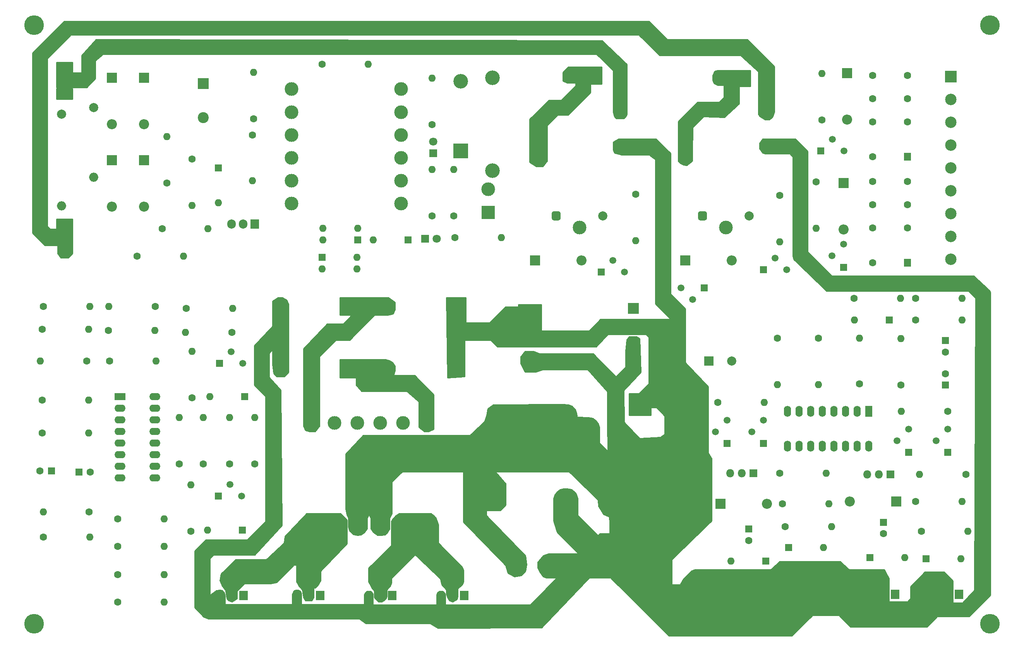
<source format=gbr>
%TF.GenerationSoftware,KiCad,Pcbnew,(5.1.9)-1*%
%TF.CreationDate,2021-11-22T08:04:15-03:00*%
%TF.ProjectId,inversor 1.2,696e7665-7273-46f7-9220-312e322e6b69,rev?*%
%TF.SameCoordinates,Original*%
%TF.FileFunction,Soldermask,Bot*%
%TF.FilePolarity,Negative*%
%FSLAX46Y46*%
G04 Gerber Fmt 4.6, Leading zero omitted, Abs format (unit mm)*
G04 Created by KiCad (PCBNEW (5.1.9)-1) date 2021-11-22 08:04:15*
%MOMM*%
%LPD*%
G01*
G04 APERTURE LIST*
%ADD10O,2.000000X2.000000*%
%ADD11C,2.000000*%
%ADD12O,1.600000X1.600000*%
%ADD13C,1.600000*%
%ADD14O,1.600000X2.400000*%
%ADD15R,1.600000X2.400000*%
%ADD16O,2.400000X1.600000*%
%ADD17R,2.400000X1.600000*%
%ADD18C,4.300000*%
%ADD19C,4.000000*%
%ADD20R,4.000000X4.000000*%
%ADD21C,3.000000*%
%ADD22R,3.000000X3.000000*%
%ADD23R,2.000000X2.000000*%
%ADD24R,1.500000X1.500000*%
%ADD25C,1.500000*%
%ADD26R,1.600000X1.600000*%
%ADD27R,2.400000X2.400000*%
%ADD28C,2.400000*%
%ADD29R,2.200000X2.200000*%
%ADD30O,2.200000X2.200000*%
%ADD31R,3.200000X3.200000*%
%ADD32O,3.200000X3.200000*%
%ADD33C,1.800000*%
%ADD34R,1.800000X1.800000*%
%ADD35R,2.500000X2.500000*%
%ADD36C,2.500000*%
%ADD37R,1.600000X1.800000*%
%ADD38O,1.800000X1.800000*%
%ADD39O,1.905000X2.000000*%
%ADD40R,1.905000X2.000000*%
%ADD41C,3.200000*%
%ADD42C,0.254000*%
%ADD43C,0.100000*%
G04 APERTURE END LIST*
D10*
%TO.C,R23*%
X54500000Y-53740000D03*
D11*
X54500000Y-38500000D03*
%TD*%
D12*
%TO.C,R26*%
X89500000Y-30840000D03*
D13*
X89500000Y-41000000D03*
%TD*%
D14*
%TO.C,U2*%
X224000000Y-112620000D03*
X206220000Y-105000000D03*
X221460000Y-112620000D03*
X208760000Y-105000000D03*
X218920000Y-112620000D03*
X211300000Y-105000000D03*
X216380000Y-112620000D03*
X213840000Y-105000000D03*
X213840000Y-112620000D03*
X216380000Y-105000000D03*
X211300000Y-112620000D03*
X218920000Y-105000000D03*
X208760000Y-112620000D03*
X221460000Y-105000000D03*
X206220000Y-112620000D03*
D15*
X224000000Y-105000000D03*
%TD*%
D16*
%TO.C,U1*%
X67870000Y-101750000D03*
X60250000Y-119530000D03*
X67870000Y-104290000D03*
X60250000Y-116990000D03*
X67870000Y-106830000D03*
X60250000Y-114450000D03*
X67870000Y-109370000D03*
X60250000Y-111910000D03*
X67870000Y-111910000D03*
X60250000Y-109370000D03*
X67870000Y-114450000D03*
X60250000Y-106830000D03*
X67870000Y-116990000D03*
X60250000Y-104290000D03*
X67870000Y-119530000D03*
D17*
X60250000Y-101750000D03*
%TD*%
D18*
%TO.C,~*%
X41500000Y-151500000D03*
%TD*%
%TO.C,~*%
X41500000Y-20500000D03*
%TD*%
%TO.C,~*%
X250500000Y-151500000D03*
%TD*%
%TO.C,~*%
X250500000Y-20500000D03*
%TD*%
D10*
%TO.C,C12*%
X47500000Y-60000000D03*
D11*
X47500000Y-40000000D03*
%TD*%
D19*
%TO.C,C11*%
X174000000Y-113500000D03*
D20*
X174000000Y-103500000D03*
%TD*%
D19*
%TO.C,C17*%
X150000000Y-94000000D03*
D20*
X150000000Y-84000000D03*
%TD*%
D21*
%TO.C,T2*%
X127250000Y-130000000D03*
X127250000Y-107547000D03*
X122170000Y-107547000D03*
X117170000Y-107547000D03*
X112170000Y-107547000D03*
X107170000Y-107547000D03*
X102170000Y-107547000D03*
X102170000Y-130000000D03*
X107170000Y-130000000D03*
X112170000Y-130000000D03*
X117170000Y-130000000D03*
X122170000Y-130000000D03*
%TD*%
D12*
%TO.C,R5*%
X53660000Y-132500000D03*
D13*
X43500000Y-132500000D03*
%TD*%
D21*
%TO.C,T1*%
X97750000Y-54500000D03*
X97750000Y-59500000D03*
X97750000Y-44500000D03*
X97750000Y-49500000D03*
X97750000Y-34500000D03*
X97750000Y-39500000D03*
X121750000Y-34500000D03*
X121750000Y-39500000D03*
X121750000Y-44500000D03*
X121750000Y-54500000D03*
X121750000Y-59500000D03*
X121750000Y-49500000D03*
%TD*%
%TO.C,J6*%
X48250000Y-69580000D03*
D22*
X48250000Y-64500000D03*
%TD*%
D12*
%TO.C,TH3*%
X67910000Y-87250000D03*
D13*
X57750000Y-87250000D03*
%TD*%
D11*
%TO.C,C6*%
X194000000Y-94000000D03*
D23*
X189000000Y-94000000D03*
%TD*%
D24*
%TO.C,Q22*%
X201000000Y-74000000D03*
D25*
X206080000Y-74000000D03*
X203540000Y-71460000D03*
%TD*%
D24*
%TO.C,Q21*%
X188000000Y-78000000D03*
D25*
X182920000Y-78000000D03*
X185460000Y-80540000D03*
%TD*%
D24*
%TO.C,Q20*%
X165500000Y-74500000D03*
D25*
X170580000Y-74500000D03*
X168040000Y-71960000D03*
%TD*%
D24*
%TO.C,Q19*%
X241250000Y-114000000D03*
D25*
X241250000Y-108920000D03*
X238710000Y-111460000D03*
%TD*%
D24*
%TO.C,Q18*%
X232750000Y-114000000D03*
D25*
X232750000Y-108920000D03*
X230210000Y-111460000D03*
%TD*%
D24*
%TO.C,Q17*%
X193000000Y-112000000D03*
D25*
X193000000Y-106920000D03*
X190460000Y-109460000D03*
%TD*%
D24*
%TO.C,Q16*%
X201000000Y-112000000D03*
D25*
X201000000Y-106920000D03*
X198460000Y-109460000D03*
%TD*%
D24*
%TO.C,Q15*%
X213500000Y-48000000D03*
D25*
X218580000Y-48000000D03*
X216040000Y-45460000D03*
%TD*%
D24*
%TO.C,Q14*%
X218500000Y-73500000D03*
D25*
X218500000Y-68420000D03*
X215960000Y-70960000D03*
%TD*%
D13*
%TO.C,C1*%
X53750000Y-118250000D03*
D26*
X51250000Y-118250000D03*
%TD*%
%TO.C,C2*%
X197750000Y-130750000D03*
D13*
X197750000Y-133250000D03*
%TD*%
%TO.C,C3*%
X42750000Y-118000000D03*
D26*
X45250000Y-118000000D03*
%TD*%
D13*
%TO.C,C4*%
X104500000Y-29000000D03*
D12*
X114500000Y-29000000D03*
%TD*%
%TO.C,C5*%
X43500000Y-127000000D03*
D13*
X53500000Y-127000000D03*
%TD*%
D26*
%TO.C,C7*%
X227250000Y-129250000D03*
D13*
X227250000Y-131750000D03*
%TD*%
%TO.C,C8*%
X240750000Y-96750000D03*
D26*
X240750000Y-99250000D03*
%TD*%
D27*
%TO.C,C9*%
X146750000Y-138750000D03*
D28*
X154250000Y-138750000D03*
%TD*%
D13*
%TO.C,C10*%
X222000000Y-99000000D03*
D12*
X222000000Y-89000000D03*
%TD*%
D27*
%TO.C,C13*%
X78500000Y-33250000D03*
D28*
X78500000Y-40750000D03*
%TD*%
D13*
%TO.C,C14*%
X69500000Y-65000000D03*
D12*
X79500000Y-65000000D03*
%TD*%
%TO.C,C15*%
X89250000Y-54500000D03*
D13*
X89250000Y-44500000D03*
%TD*%
D28*
%TO.C,C16*%
X172500000Y-90000000D03*
D27*
X172500000Y-82500000D03*
%TD*%
D26*
%TO.C,C18*%
X240750000Y-89500000D03*
D13*
X240750000Y-92000000D03*
%TD*%
D12*
%TO.C,D1*%
X214120000Y-134750000D03*
D26*
X206500000Y-134750000D03*
%TD*%
D29*
%TO.C,D2*%
X191590000Y-125250000D03*
D30*
X201750000Y-125250000D03*
%TD*%
D12*
%TO.C,D3*%
X193880000Y-137750000D03*
D26*
X201500000Y-137750000D03*
%TD*%
%TO.C,D4*%
X224250000Y-137000000D03*
D12*
X231870000Y-137000000D03*
%TD*%
D30*
%TO.C,D5*%
X219840000Y-124750000D03*
D29*
X230000000Y-124750000D03*
%TD*%
D26*
%TO.C,D6*%
X236500000Y-137250000D03*
D12*
X244120000Y-137250000D03*
%TD*%
%TO.C,D7*%
X79380000Y-131000000D03*
D26*
X87000000Y-131000000D03*
%TD*%
%TO.C,D8*%
X87500000Y-101750000D03*
D12*
X79880000Y-101750000D03*
%TD*%
D31*
%TO.C,D9*%
X133750000Y-82000000D03*
D32*
X118510000Y-82000000D03*
%TD*%
%TO.C,D10*%
X95260000Y-82000000D03*
D31*
X110500000Y-82000000D03*
%TD*%
%TO.C,D11*%
X133750000Y-95500000D03*
D32*
X118510000Y-95500000D03*
%TD*%
%TO.C,D12*%
X95260000Y-95500000D03*
D31*
X110500000Y-95500000D03*
%TD*%
D29*
%TO.C,D13*%
X58500000Y-32000000D03*
D30*
X58500000Y-42160000D03*
%TD*%
D29*
%TO.C,D14*%
X58500000Y-50000000D03*
D30*
X58500000Y-60160000D03*
%TD*%
%TO.C,D15*%
X65500000Y-42160000D03*
D29*
X65500000Y-32000000D03*
%TD*%
%TO.C,D16*%
X65500000Y-50000000D03*
D30*
X65500000Y-60160000D03*
%TD*%
D26*
%TO.C,D17*%
X81750000Y-51750000D03*
D12*
X81750000Y-59370000D03*
%TD*%
D31*
%TO.C,D18*%
X134750000Y-48000000D03*
D32*
X134750000Y-32760000D03*
%TD*%
D33*
%TO.C,D19*%
X128750000Y-45960000D03*
D34*
X128750000Y-48500000D03*
%TD*%
%TO.C,D20*%
X127000000Y-67250000D03*
D33*
X129540000Y-67250000D03*
%TD*%
D32*
%TO.C,D23*%
X157740000Y-124500000D03*
D31*
X142500000Y-124500000D03*
%TD*%
D30*
%TO.C,D24*%
X219250000Y-41160000D03*
D29*
X219250000Y-31000000D03*
%TD*%
D30*
%TO.C,D27*%
X218500000Y-65160000D03*
D29*
X218500000Y-55000000D03*
%TD*%
D30*
%TO.C,D28*%
X161160000Y-72000000D03*
D29*
X151000000Y-72000000D03*
%TD*%
%TO.C,D29*%
X183840000Y-72000000D03*
D30*
X194000000Y-72000000D03*
%TD*%
D26*
%TO.C,DZ1*%
X123250000Y-67500000D03*
D12*
X115630000Y-67500000D03*
%TD*%
D26*
%TO.C,DZ2*%
X228500000Y-85000000D03*
D12*
X220880000Y-85000000D03*
%TD*%
D21*
%TO.C,F1*%
X157434000Y-106000000D03*
X152608000Y-106000000D03*
X148290000Y-106000000D03*
X143337000Y-106000000D03*
%TD*%
%TO.C,F2*%
X184500000Y-121500000D03*
X184500000Y-144100000D03*
%TD*%
%TO.C,F3*%
X143337000Y-115500000D03*
X148290000Y-115500000D03*
X152608000Y-115500000D03*
X157434000Y-115500000D03*
%TD*%
%TO.C,J1*%
X158670000Y-31500000D03*
D22*
X163750000Y-31500000D03*
%TD*%
%TO.C,J2*%
X196500000Y-32000000D03*
D21*
X191420000Y-32000000D03*
%TD*%
%TO.C,J3*%
X172580000Y-126000000D03*
D22*
X167500000Y-126000000D03*
%TD*%
%TO.C,J4*%
X167500000Y-138750000D03*
D21*
X172580000Y-138750000D03*
%TD*%
D22*
%TO.C,J5*%
X48250000Y-30250000D03*
D21*
X48250000Y-35330000D03*
%TD*%
D35*
%TO.C,J7*%
X242000000Y-31750000D03*
D36*
X242000000Y-36750000D03*
X242000000Y-41750000D03*
X242000000Y-46750000D03*
X242000000Y-51750000D03*
X242000000Y-56750000D03*
X242000000Y-61750000D03*
X242000000Y-66750000D03*
X242000000Y-71750000D03*
%TD*%
D13*
%TO.C,K1*%
X232500000Y-36550000D03*
X232500000Y-31470000D03*
X232500000Y-41630000D03*
X224880000Y-49250000D03*
D37*
X232500000Y-49250000D03*
D13*
X224880000Y-31470000D03*
X224880000Y-36550000D03*
X224880000Y-41630000D03*
%TD*%
%TO.C,K2*%
X224880000Y-64880000D03*
X224880000Y-59800000D03*
X224880000Y-54720000D03*
D37*
X232500000Y-72500000D03*
D13*
X224880000Y-72500000D03*
X232500000Y-64880000D03*
X232500000Y-54720000D03*
X232500000Y-59800000D03*
%TD*%
D21*
%TO.C,K3*%
X160750000Y-64750000D03*
D11*
X165850000Y-62210000D03*
D21*
X169650000Y-47010000D03*
X169650000Y-39410000D03*
X151850000Y-49550000D03*
G36*
G01*
X155150000Y-61210000D02*
X156150000Y-61210000D01*
G75*
G02*
X156650000Y-61710000I0J-500000D01*
G01*
X156650000Y-62710000D01*
G75*
G02*
X156150000Y-63210000I-500000J0D01*
G01*
X155150000Y-63210000D01*
G75*
G02*
X154650000Y-62710000I0J500000D01*
G01*
X154650000Y-61710000D01*
G75*
G02*
X155150000Y-61210000I500000J0D01*
G01*
G37*
%TD*%
%TO.C,K4*%
G36*
G01*
X187150000Y-61210000D02*
X188150000Y-61210000D01*
G75*
G02*
X188650000Y-61710000I0J-500000D01*
G01*
X188650000Y-62710000D01*
G75*
G02*
X188150000Y-63210000I-500000J0D01*
G01*
X187150000Y-63210000D01*
G75*
G02*
X186650000Y-62710000I0J500000D01*
G01*
X186650000Y-61710000D01*
G75*
G02*
X187150000Y-61210000I500000J0D01*
G01*
G37*
X183850000Y-49550000D03*
X201650000Y-39410000D03*
X201650000Y-47010000D03*
D11*
X197850000Y-62210000D03*
D21*
X192750000Y-64750000D03*
%TD*%
D34*
%TO.C,Q1*%
X198750000Y-118500000D03*
D38*
X196210000Y-118500000D03*
X193670000Y-118500000D03*
%TD*%
D39*
%TO.C,Q2*%
X195420000Y-145000000D03*
X197960000Y-145000000D03*
D40*
X200500000Y-145000000D03*
%TD*%
%TO.C,Q3*%
X215250000Y-145000000D03*
D39*
X212710000Y-145000000D03*
X210170000Y-145000000D03*
%TD*%
%TO.C,Q4*%
X224670000Y-145000000D03*
X227210000Y-145000000D03*
D40*
X229750000Y-145000000D03*
%TD*%
D39*
%TO.C,Q5*%
X238670000Y-145000000D03*
X241210000Y-145000000D03*
D40*
X243750000Y-145000000D03*
%TD*%
D38*
%TO.C,Q6*%
X223670000Y-118750000D03*
X226210000Y-118750000D03*
D34*
X228750000Y-118750000D03*
%TD*%
D24*
%TO.C,Q7*%
X81750000Y-123500000D03*
D25*
X86830000Y-123500000D03*
X84290000Y-120960000D03*
%TD*%
D40*
%TO.C,Q8*%
X87250000Y-145250000D03*
D39*
X84710000Y-145250000D03*
X82170000Y-145250000D03*
%TD*%
D40*
%TO.C,Q9*%
X104000000Y-145250000D03*
D39*
X101460000Y-145250000D03*
X98920000Y-145250000D03*
%TD*%
D25*
%TO.C,Q10*%
X84540000Y-91960000D03*
X87080000Y-94500000D03*
D24*
X82000000Y-94500000D03*
%TD*%
D40*
%TO.C,Q11*%
X119750000Y-145250000D03*
D39*
X117210000Y-145250000D03*
X114670000Y-145250000D03*
%TD*%
D40*
%TO.C,Q12*%
X135500000Y-145250000D03*
D39*
X132960000Y-145250000D03*
X130420000Y-145250000D03*
%TD*%
%TO.C,Q13*%
X84670000Y-64000000D03*
X87210000Y-64000000D03*
D40*
X89750000Y-64000000D03*
%TD*%
D13*
%TO.C,R1*%
X204500000Y-118500000D03*
D12*
X214660000Y-118500000D03*
%TD*%
D13*
%TO.C,R2*%
X205090000Y-125250000D03*
D12*
X215250000Y-125250000D03*
%TD*%
D13*
%TO.C,R3*%
X205750000Y-130250000D03*
D12*
X215910000Y-130250000D03*
%TD*%
D13*
%TO.C,R4*%
X43250000Y-109750000D03*
D12*
X53410000Y-109750000D03*
%TD*%
%TO.C,R6*%
X53410000Y-87000000D03*
D13*
X43250000Y-87000000D03*
%TD*%
D12*
%TO.C,R7*%
X53410000Y-102500000D03*
D13*
X43250000Y-102500000D03*
%TD*%
D12*
%TO.C,R8*%
X245660000Y-131250000D03*
D13*
X235500000Y-131250000D03*
%TD*%
D12*
%TO.C,R9*%
X75750000Y-121090000D03*
D13*
X75750000Y-131250000D03*
%TD*%
%TO.C,R10*%
X234250000Y-124750000D03*
D12*
X244410000Y-124750000D03*
%TD*%
D13*
%TO.C,R11*%
X245250000Y-118750000D03*
D12*
X235090000Y-118750000D03*
%TD*%
D13*
%TO.C,R12*%
X78500000Y-116500000D03*
D12*
X78500000Y-106340000D03*
%TD*%
%TO.C,R13*%
X73250000Y-106340000D03*
D13*
X73250000Y-116500000D03*
%TD*%
D12*
%TO.C,R14*%
X76000000Y-91840000D03*
D13*
X76000000Y-102000000D03*
%TD*%
%TO.C,R15*%
X84250000Y-116500000D03*
D12*
X84250000Y-106340000D03*
%TD*%
%TO.C,R16*%
X69910000Y-140750000D03*
D13*
X59750000Y-140750000D03*
%TD*%
D12*
%TO.C,R17*%
X213000000Y-99160000D03*
D13*
X213000000Y-89000000D03*
%TD*%
%TO.C,R18*%
X191000000Y-103000000D03*
D12*
X201160000Y-103000000D03*
%TD*%
D13*
%TO.C,R19*%
X59750000Y-146750000D03*
D12*
X69910000Y-146750000D03*
%TD*%
%TO.C,R20*%
X69910000Y-134500000D03*
D13*
X59750000Y-134500000D03*
%TD*%
D12*
%TO.C,R21*%
X84910000Y-82500000D03*
D13*
X74750000Y-82500000D03*
%TD*%
%TO.C,R22*%
X84750000Y-87750000D03*
D12*
X74590000Y-87750000D03*
%TD*%
%TO.C,R24*%
X70500000Y-44840000D03*
D13*
X70500000Y-55000000D03*
%TD*%
%TO.C,R25*%
X76000000Y-49750000D03*
D12*
X76000000Y-59910000D03*
%TD*%
%TO.C,R27*%
X128500000Y-52090000D03*
D13*
X128500000Y-62250000D03*
%TD*%
D12*
%TO.C,R28*%
X133250000Y-52090000D03*
D13*
X133250000Y-62250000D03*
%TD*%
D41*
%TO.C,R29*%
X141750000Y-32000000D03*
D32*
X141750000Y-52320000D03*
%TD*%
D12*
%TO.C,R30*%
X212500000Y-64910000D03*
D13*
X212500000Y-54750000D03*
%TD*%
%TO.C,R31*%
X89750000Y-116500000D03*
D12*
X89750000Y-106340000D03*
%TD*%
%TO.C,R32*%
X69910000Y-128500000D03*
D13*
X59750000Y-128500000D03*
%TD*%
%TO.C,R33*%
X231000000Y-99250000D03*
D12*
X231000000Y-89090000D03*
%TD*%
%TO.C,R34*%
X204000000Y-99160000D03*
D13*
X204000000Y-89000000D03*
%TD*%
D12*
%TO.C,R35*%
X231090000Y-105000000D03*
D13*
X241250000Y-105000000D03*
%TD*%
%TO.C,R36*%
X128500000Y-42250000D03*
D12*
X128500000Y-32090000D03*
%TD*%
D13*
%TO.C,R37*%
X133500000Y-67000000D03*
D12*
X143660000Y-67000000D03*
%TD*%
D13*
%TO.C,R38*%
X213750000Y-41250000D03*
D12*
X213750000Y-31090000D03*
%TD*%
D13*
%TO.C,R39*%
X64000000Y-71000000D03*
D12*
X74160000Y-71000000D03*
%TD*%
D13*
%TO.C,R40*%
X234250000Y-85000000D03*
D12*
X244410000Y-85000000D03*
%TD*%
%TO.C,R41*%
X230910000Y-80250000D03*
D13*
X220750000Y-80250000D03*
%TD*%
D12*
%TO.C,R42*%
X68160000Y-94000000D03*
D13*
X58000000Y-94000000D03*
%TD*%
D12*
%TO.C,R43*%
X57840000Y-82000000D03*
D13*
X68000000Y-82000000D03*
%TD*%
%TO.C,R44*%
X43500000Y-82000000D03*
D12*
X53660000Y-82000000D03*
%TD*%
%TO.C,R45*%
X42840000Y-94000000D03*
D13*
X53000000Y-94000000D03*
%TD*%
D12*
%TO.C,R46*%
X173000000Y-67660000D03*
D13*
X173000000Y-57500000D03*
%TD*%
%TO.C,R47*%
X204500000Y-57750000D03*
D12*
X204500000Y-67910000D03*
%TD*%
D13*
%TO.C,R48*%
X234250000Y-80250000D03*
D12*
X244410000Y-80250000D03*
%TD*%
D21*
%TO.C,SW1*%
X140750000Y-56420000D03*
D22*
X140750000Y-61500000D03*
%TD*%
D12*
%TO.C,U3*%
X104630000Y-67500000D03*
X112250000Y-64960000D03*
X104630000Y-64960000D03*
D26*
X112250000Y-67500000D03*
%TD*%
%TO.C,U4*%
X104500000Y-71250000D03*
D12*
X112120000Y-73790000D03*
X104500000Y-73790000D03*
X112120000Y-71250000D03*
%TD*%
D42*
X109873000Y-128802606D02*
X109873000Y-133948970D01*
X104158307Y-139912128D01*
X104142926Y-139931705D01*
X104131660Y-139953906D01*
X104124941Y-139977879D01*
X104123000Y-140000000D01*
X104123000Y-141970020D01*
X103645626Y-142924768D01*
X102947394Y-143623000D01*
X102750000Y-143623000D01*
X102725224Y-143625440D01*
X102701399Y-143632667D01*
X102679443Y-143644403D01*
X102660197Y-143660197D01*
X102644403Y-143679443D01*
X102632667Y-143701399D01*
X102625440Y-143725224D01*
X102623000Y-143750000D01*
X102623000Y-145711548D01*
X102182032Y-146373000D01*
X100817968Y-146373000D01*
X100371650Y-145703524D01*
X100125724Y-143982039D01*
X100119804Y-143957857D01*
X100109280Y-143935294D01*
X100089803Y-143910197D01*
X99354374Y-143174768D01*
X98877000Y-142220020D01*
X98877000Y-138750000D01*
X98874560Y-138725224D01*
X98867333Y-138701399D01*
X98855597Y-138679443D01*
X98839803Y-138660197D01*
X98820557Y-138644403D01*
X98798601Y-138632667D01*
X98774776Y-138625440D01*
X98750000Y-138623000D01*
X98250000Y-138623000D01*
X98225224Y-138625440D01*
X98201399Y-138632667D01*
X98179443Y-138644403D01*
X98160197Y-138660197D01*
X94437387Y-142383007D01*
X93237423Y-142623000D01*
X87500000Y-142623000D01*
X87475224Y-142625440D01*
X87451399Y-142632667D01*
X87429443Y-142644403D01*
X87410197Y-142660197D01*
X85910197Y-144160197D01*
X85894403Y-144179443D01*
X85882667Y-144201399D01*
X85875440Y-144225224D01*
X85873000Y-144250000D01*
X85873000Y-145928093D01*
X84734747Y-146611046D01*
X84068604Y-146388998D01*
X83619737Y-145940131D01*
X83375724Y-144232039D01*
X83369804Y-144207857D01*
X83359280Y-144185294D01*
X83351600Y-144173800D01*
X82611680Y-143187239D01*
X82131114Y-141985826D01*
X82368581Y-140561025D01*
X85552606Y-137377000D01*
X92250000Y-137377000D01*
X92274776Y-137374560D01*
X92298601Y-137367333D01*
X92320557Y-137355597D01*
X92336654Y-137342844D01*
X96086654Y-133842844D01*
X96103102Y-133824155D01*
X96115588Y-133802615D01*
X96125272Y-133770879D01*
X96368875Y-132309260D01*
X101054522Y-127377000D01*
X108447394Y-127377000D01*
X109873000Y-128802606D01*
D43*
G36*
X109873000Y-128802606D02*
G01*
X109873000Y-133948970D01*
X104158307Y-139912128D01*
X104142926Y-139931705D01*
X104131660Y-139953906D01*
X104124941Y-139977879D01*
X104123000Y-140000000D01*
X104123000Y-141970020D01*
X103645626Y-142924768D01*
X102947394Y-143623000D01*
X102750000Y-143623000D01*
X102725224Y-143625440D01*
X102701399Y-143632667D01*
X102679443Y-143644403D01*
X102660197Y-143660197D01*
X102644403Y-143679443D01*
X102632667Y-143701399D01*
X102625440Y-143725224D01*
X102623000Y-143750000D01*
X102623000Y-145711548D01*
X102182032Y-146373000D01*
X100817968Y-146373000D01*
X100371650Y-145703524D01*
X100125724Y-143982039D01*
X100119804Y-143957857D01*
X100109280Y-143935294D01*
X100089803Y-143910197D01*
X99354374Y-143174768D01*
X98877000Y-142220020D01*
X98877000Y-138750000D01*
X98874560Y-138725224D01*
X98867333Y-138701399D01*
X98855597Y-138679443D01*
X98839803Y-138660197D01*
X98820557Y-138644403D01*
X98798601Y-138632667D01*
X98774776Y-138625440D01*
X98750000Y-138623000D01*
X98250000Y-138623000D01*
X98225224Y-138625440D01*
X98201399Y-138632667D01*
X98179443Y-138644403D01*
X98160197Y-138660197D01*
X94437387Y-142383007D01*
X93237423Y-142623000D01*
X87500000Y-142623000D01*
X87475224Y-142625440D01*
X87451399Y-142632667D01*
X87429443Y-142644403D01*
X87410197Y-142660197D01*
X85910197Y-144160197D01*
X85894403Y-144179443D01*
X85882667Y-144201399D01*
X85875440Y-144225224D01*
X85873000Y-144250000D01*
X85873000Y-145928093D01*
X84734747Y-146611046D01*
X84068604Y-146388998D01*
X83619737Y-145940131D01*
X83375724Y-144232039D01*
X83369804Y-144207857D01*
X83359280Y-144185294D01*
X83351600Y-144173800D01*
X82611680Y-143187239D01*
X82131114Y-141985826D01*
X82368581Y-140561025D01*
X85552606Y-137377000D01*
X92250000Y-137377000D01*
X92274776Y-137374560D01*
X92298601Y-137367333D01*
X92320557Y-137355597D01*
X92336654Y-137342844D01*
X96086654Y-133842844D01*
X96103102Y-133824155D01*
X96115588Y-133802615D01*
X96125272Y-133770879D01*
X96368875Y-132309260D01*
X101054522Y-127377000D01*
X108447394Y-127377000D01*
X109873000Y-128802606D01*
G37*
D42*
X128919086Y-127848692D02*
X129388998Y-128318604D01*
X129873000Y-129770610D01*
X129873000Y-133750000D01*
X129875440Y-133774776D01*
X129882667Y-133798601D01*
X129894403Y-133820557D01*
X129910197Y-133839803D01*
X135138998Y-139068604D01*
X135373000Y-139770610D01*
X135373000Y-142229390D01*
X135142062Y-142922203D01*
X134173800Y-143648400D01*
X134155443Y-143665218D01*
X134140720Y-143685294D01*
X134130196Y-143707857D01*
X134124276Y-143732039D01*
X134123000Y-143750000D01*
X134123000Y-145479390D01*
X133896152Y-146159934D01*
X132990256Y-146612882D01*
X132331499Y-146393296D01*
X131865105Y-145693706D01*
X131627000Y-144979390D01*
X131627000Y-144000000D01*
X131624560Y-143975224D01*
X131617333Y-143951399D01*
X131605597Y-143929443D01*
X131589803Y-143910197D01*
X130616993Y-142937387D01*
X130374534Y-141725093D01*
X130367282Y-141701276D01*
X130355523Y-141679332D01*
X130337690Y-141658134D01*
X124837690Y-136408134D01*
X124818083Y-136392791D01*
X124795860Y-136381569D01*
X124771874Y-136374898D01*
X124747047Y-136373034D01*
X124722334Y-136376050D01*
X124698684Y-136383829D01*
X124677007Y-136396072D01*
X124660197Y-136410197D01*
X119660197Y-141410197D01*
X119644403Y-141429443D01*
X119632667Y-141451399D01*
X119625440Y-141475224D01*
X119623000Y-141500000D01*
X119623000Y-142479390D01*
X119388998Y-143181396D01*
X118660197Y-143910197D01*
X118644403Y-143929443D01*
X118632667Y-143951399D01*
X118625440Y-143975224D01*
X118623000Y-144000000D01*
X118623000Y-145470020D01*
X118395626Y-145924768D01*
X117924768Y-146395626D01*
X117470020Y-146623000D01*
X116802606Y-146623000D01*
X115877000Y-145697394D01*
X115877000Y-144250000D01*
X115874560Y-144225224D01*
X115867333Y-144201399D01*
X115855597Y-144179443D01*
X115839803Y-144160197D01*
X115354374Y-143674768D01*
X114627000Y-142220020D01*
X114627000Y-139302606D01*
X119589803Y-134339803D01*
X119605597Y-134320557D01*
X119617333Y-134298601D01*
X119624560Y-134274776D01*
X119627000Y-134250000D01*
X119627000Y-129029980D01*
X119854374Y-128575232D01*
X120580914Y-127848692D01*
X121288452Y-127377000D01*
X128211548Y-127377000D01*
X128919086Y-127848692D01*
D43*
G36*
X128919086Y-127848692D02*
G01*
X129388998Y-128318604D01*
X129873000Y-129770610D01*
X129873000Y-133750000D01*
X129875440Y-133774776D01*
X129882667Y-133798601D01*
X129894403Y-133820557D01*
X129910197Y-133839803D01*
X135138998Y-139068604D01*
X135373000Y-139770610D01*
X135373000Y-142229390D01*
X135142062Y-142922203D01*
X134173800Y-143648400D01*
X134155443Y-143665218D01*
X134140720Y-143685294D01*
X134130196Y-143707857D01*
X134124276Y-143732039D01*
X134123000Y-143750000D01*
X134123000Y-145479390D01*
X133896152Y-146159934D01*
X132990256Y-146612882D01*
X132331499Y-146393296D01*
X131865105Y-145693706D01*
X131627000Y-144979390D01*
X131627000Y-144000000D01*
X131624560Y-143975224D01*
X131617333Y-143951399D01*
X131605597Y-143929443D01*
X131589803Y-143910197D01*
X130616993Y-142937387D01*
X130374534Y-141725093D01*
X130367282Y-141701276D01*
X130355523Y-141679332D01*
X130337690Y-141658134D01*
X124837690Y-136408134D01*
X124818083Y-136392791D01*
X124795860Y-136381569D01*
X124771874Y-136374898D01*
X124747047Y-136373034D01*
X124722334Y-136376050D01*
X124698684Y-136383829D01*
X124677007Y-136396072D01*
X124660197Y-136410197D01*
X119660197Y-141410197D01*
X119644403Y-141429443D01*
X119632667Y-141451399D01*
X119625440Y-141475224D01*
X119623000Y-141500000D01*
X119623000Y-142479390D01*
X119388998Y-143181396D01*
X118660197Y-143910197D01*
X118644403Y-143929443D01*
X118632667Y-143951399D01*
X118625440Y-143975224D01*
X118623000Y-144000000D01*
X118623000Y-145470020D01*
X118395626Y-145924768D01*
X117924768Y-146395626D01*
X117470020Y-146623000D01*
X116802606Y-146623000D01*
X115877000Y-145697394D01*
X115877000Y-144250000D01*
X115874560Y-144225224D01*
X115867333Y-144201399D01*
X115855597Y-144179443D01*
X115839803Y-144160197D01*
X115354374Y-143674768D01*
X114627000Y-142220020D01*
X114627000Y-139302606D01*
X119589803Y-134339803D01*
X119605597Y-134320557D01*
X119617333Y-134298601D01*
X119624560Y-134274776D01*
X119627000Y-134250000D01*
X119627000Y-129029980D01*
X119854374Y-128575232D01*
X120580914Y-127848692D01*
X121288452Y-127377000D01*
X128211548Y-127377000D01*
X128919086Y-127848692D01*
G37*
D42*
X158268047Y-103524777D02*
X159122850Y-103904690D01*
X159789201Y-104666234D01*
X160076231Y-105431647D01*
X160174276Y-106117961D01*
X160180196Y-106142143D01*
X160190720Y-106164706D01*
X160205443Y-106184782D01*
X160223800Y-106201600D01*
X160245085Y-106214514D01*
X160268481Y-106223027D01*
X160294713Y-106226890D01*
X162684810Y-106326477D01*
X163648365Y-106519188D01*
X164308959Y-106991041D01*
X164786949Y-107660227D01*
X165073000Y-108423030D01*
X165073000Y-111800000D01*
X165075440Y-111824776D01*
X165082667Y-111848601D01*
X165094403Y-111870557D01*
X165111190Y-111890784D01*
X169711190Y-116390784D01*
X169730607Y-116406366D01*
X169752691Y-116417860D01*
X169776594Y-116424824D01*
X169800000Y-116427000D01*
X172882211Y-116427000D01*
X174229092Y-116811823D01*
X174887597Y-117564400D01*
X175273000Y-118720610D01*
X175273000Y-126060711D01*
X174032351Y-127873967D01*
X167222690Y-127972657D01*
X165985866Y-127496956D01*
X164924285Y-125759823D01*
X164826626Y-124490260D01*
X164822293Y-124465743D01*
X164813260Y-124442543D01*
X164799874Y-124421552D01*
X164789081Y-124409482D01*
X158489081Y-118209482D01*
X158469710Y-118193842D01*
X158447661Y-118182282D01*
X158423779Y-118175246D01*
X158400000Y-118173000D01*
X122100000Y-118173000D01*
X122075224Y-118175440D01*
X122051399Y-118182667D01*
X122029443Y-118194403D01*
X122012215Y-118208224D01*
X119712215Y-120408224D01*
X119695997Y-120427114D01*
X119683776Y-120448804D01*
X119676021Y-120472462D01*
X119673000Y-120500000D01*
X119673000Y-127370020D01*
X119186408Y-128343204D01*
X119177510Y-128366456D01*
X119173000Y-128400000D01*
X119173000Y-130761548D01*
X118605267Y-131613148D01*
X118149993Y-131977367D01*
X117193663Y-132073000D01*
X116540033Y-132073000D01*
X115594001Y-131410777D01*
X115127000Y-130663576D01*
X115127000Y-128400000D01*
X115124560Y-128375224D01*
X115116731Y-128349972D01*
X114816731Y-127649972D01*
X114804729Y-127628160D01*
X114788701Y-127609109D01*
X114769265Y-127593551D01*
X114747167Y-127582083D01*
X114723256Y-127575147D01*
X114698452Y-127573009D01*
X114673707Y-127575752D01*
X114649972Y-127583269D01*
X114628160Y-127595271D01*
X114609109Y-127611299D01*
X114593551Y-127630735D01*
X114583269Y-127649972D01*
X114283269Y-128349972D01*
X114275752Y-128373707D01*
X114273000Y-128400000D01*
X114273000Y-130661548D01*
X113709500Y-131506798D01*
X112956446Y-131977456D01*
X112206077Y-132071252D01*
X111359733Y-131883176D01*
X110509748Y-131127634D01*
X110227000Y-130279390D01*
X110227000Y-128300000D01*
X110224560Y-128275224D01*
X110213592Y-128243204D01*
X109871413Y-127558846D01*
X109627000Y-126287898D01*
X109627000Y-114300310D01*
X113454930Y-110227000D01*
X136800000Y-110227000D01*
X136824776Y-110224560D01*
X136848601Y-110217333D01*
X136870557Y-110205597D01*
X136888319Y-110191262D01*
X139988319Y-107191262D01*
X140004426Y-107172279D01*
X140016520Y-107150517D01*
X140021384Y-107137349D01*
X140421384Y-105837349D01*
X140424534Y-105824907D01*
X140715018Y-104372486D01*
X141842702Y-103526723D01*
X157095132Y-103427034D01*
X158268047Y-103524777D01*
D43*
G36*
X158268047Y-103524777D02*
G01*
X159122850Y-103904690D01*
X159789201Y-104666234D01*
X160076231Y-105431647D01*
X160174276Y-106117961D01*
X160180196Y-106142143D01*
X160190720Y-106164706D01*
X160205443Y-106184782D01*
X160223800Y-106201600D01*
X160245085Y-106214514D01*
X160268481Y-106223027D01*
X160294713Y-106226890D01*
X162684810Y-106326477D01*
X163648365Y-106519188D01*
X164308959Y-106991041D01*
X164786949Y-107660227D01*
X165073000Y-108423030D01*
X165073000Y-111800000D01*
X165075440Y-111824776D01*
X165082667Y-111848601D01*
X165094403Y-111870557D01*
X165111190Y-111890784D01*
X169711190Y-116390784D01*
X169730607Y-116406366D01*
X169752691Y-116417860D01*
X169776594Y-116424824D01*
X169800000Y-116427000D01*
X172882211Y-116427000D01*
X174229092Y-116811823D01*
X174887597Y-117564400D01*
X175273000Y-118720610D01*
X175273000Y-126060711D01*
X174032351Y-127873967D01*
X167222690Y-127972657D01*
X165985866Y-127496956D01*
X164924285Y-125759823D01*
X164826626Y-124490260D01*
X164822293Y-124465743D01*
X164813260Y-124442543D01*
X164799874Y-124421552D01*
X164789081Y-124409482D01*
X158489081Y-118209482D01*
X158469710Y-118193842D01*
X158447661Y-118182282D01*
X158423779Y-118175246D01*
X158400000Y-118173000D01*
X122100000Y-118173000D01*
X122075224Y-118175440D01*
X122051399Y-118182667D01*
X122029443Y-118194403D01*
X122012215Y-118208224D01*
X119712215Y-120408224D01*
X119695997Y-120427114D01*
X119683776Y-120448804D01*
X119676021Y-120472462D01*
X119673000Y-120500000D01*
X119673000Y-127370020D01*
X119186408Y-128343204D01*
X119177510Y-128366456D01*
X119173000Y-128400000D01*
X119173000Y-130761548D01*
X118605267Y-131613148D01*
X118149993Y-131977367D01*
X117193663Y-132073000D01*
X116540033Y-132073000D01*
X115594001Y-131410777D01*
X115127000Y-130663576D01*
X115127000Y-128400000D01*
X115124560Y-128375224D01*
X115116731Y-128349972D01*
X114816731Y-127649972D01*
X114804729Y-127628160D01*
X114788701Y-127609109D01*
X114769265Y-127593551D01*
X114747167Y-127582083D01*
X114723256Y-127575147D01*
X114698452Y-127573009D01*
X114673707Y-127575752D01*
X114649972Y-127583269D01*
X114628160Y-127595271D01*
X114609109Y-127611299D01*
X114593551Y-127630735D01*
X114583269Y-127649972D01*
X114283269Y-128349972D01*
X114275752Y-128373707D01*
X114273000Y-128400000D01*
X114273000Y-130661548D01*
X113709500Y-131506798D01*
X112956446Y-131977456D01*
X112206077Y-132071252D01*
X111359733Y-131883176D01*
X110509748Y-131127634D01*
X110227000Y-130279390D01*
X110227000Y-128300000D01*
X110224560Y-128275224D01*
X110213592Y-128243204D01*
X109871413Y-127558846D01*
X109627000Y-126287898D01*
X109627000Y-114300310D01*
X113454930Y-110227000D01*
X136800000Y-110227000D01*
X136824776Y-110224560D01*
X136848601Y-110217333D01*
X136870557Y-110205597D01*
X136888319Y-110191262D01*
X139988319Y-107191262D01*
X140004426Y-107172279D01*
X140016520Y-107150517D01*
X140021384Y-107137349D01*
X140421384Y-105837349D01*
X140424534Y-105824907D01*
X140715018Y-104372486D01*
X141842702Y-103526723D01*
X157095132Y-103427034D01*
X158268047Y-103524777D01*
G37*
D42*
X172227033Y-131825984D02*
X175367297Y-137125180D01*
X174881965Y-140134238D01*
X173452624Y-141373000D01*
X163000000Y-141373000D01*
X162975224Y-141375440D01*
X162951399Y-141382667D01*
X162929443Y-141394403D01*
X162908535Y-141411891D01*
X152445771Y-152273236D01*
X129735223Y-152372844D01*
X128115824Y-151391390D01*
X128093371Y-151380635D01*
X128069250Y-151374467D01*
X128050000Y-151373000D01*
X113989547Y-151373000D01*
X112572102Y-150395452D01*
X112550320Y-150383394D01*
X112526605Y-150375818D01*
X112500000Y-150373000D01*
X79527258Y-150373000D01*
X78574807Y-149944397D01*
X76627000Y-147899200D01*
X76627000Y-145127000D01*
X80000000Y-145127000D01*
X80024776Y-145124560D01*
X80048601Y-145117333D01*
X80072290Y-145104418D01*
X81346671Y-144222154D01*
X82097381Y-144128315D01*
X82638975Y-144218581D01*
X83079386Y-144658992D01*
X83173000Y-145407904D01*
X83173000Y-147100000D01*
X83175440Y-147124776D01*
X83182667Y-147148601D01*
X83194403Y-147170557D01*
X83210197Y-147189803D01*
X83229443Y-147205597D01*
X83251399Y-147217333D01*
X83275224Y-147224560D01*
X83300000Y-147227000D01*
X97800000Y-147227000D01*
X97824776Y-147224560D01*
X97848601Y-147217333D01*
X97870557Y-147205597D01*
X97889803Y-147189803D01*
X97905597Y-147170557D01*
X97917333Y-147148601D01*
X97924560Y-147124776D01*
X97927000Y-147100000D01*
X97927000Y-145029980D01*
X98291998Y-144299985D01*
X98724460Y-144127000D01*
X99170020Y-144127000D01*
X99700015Y-144391998D01*
X99873000Y-144824460D01*
X99873000Y-147100000D01*
X99875440Y-147124776D01*
X99882667Y-147148601D01*
X99894403Y-147170557D01*
X99910197Y-147189803D01*
X99929443Y-147205597D01*
X99951399Y-147217333D01*
X99975224Y-147224560D01*
X100000000Y-147227000D01*
X113600000Y-147227000D01*
X113624776Y-147224560D01*
X113648601Y-147217333D01*
X113670557Y-147205597D01*
X113689803Y-147189803D01*
X113705597Y-147170557D01*
X113717333Y-147148601D01*
X113724560Y-147124776D01*
X113727000Y-147100000D01*
X113727000Y-145120610D01*
X113907938Y-144577797D01*
X114242333Y-144327000D01*
X115047394Y-144327000D01*
X115495626Y-144775232D01*
X115573000Y-144929980D01*
X115573000Y-147200000D01*
X115575440Y-147224776D01*
X115582667Y-147248601D01*
X115594403Y-147270557D01*
X115610197Y-147289803D01*
X115629443Y-147305597D01*
X115651399Y-147317333D01*
X115675224Y-147324560D01*
X115700000Y-147327000D01*
X129400000Y-147327000D01*
X129424776Y-147324560D01*
X129448601Y-147317333D01*
X129470557Y-147305597D01*
X129489803Y-147289803D01*
X129505597Y-147270557D01*
X129517333Y-147248601D01*
X129524560Y-147224776D01*
X129527000Y-147200000D01*
X129527000Y-145120610D01*
X129705626Y-144584731D01*
X130135178Y-144327000D01*
X130761548Y-144327000D01*
X131011452Y-144493603D01*
X131283012Y-144855683D01*
X131373000Y-145215634D01*
X131373000Y-147200000D01*
X131375440Y-147224776D01*
X131382667Y-147248601D01*
X131394403Y-147270557D01*
X131410197Y-147289803D01*
X131429443Y-147305597D01*
X131451399Y-147317333D01*
X131475224Y-147324560D01*
X131500000Y-147327000D01*
X149900000Y-147327000D01*
X149924776Y-147324560D01*
X149948601Y-147317333D01*
X149970557Y-147305597D01*
X149990670Y-147288927D01*
X165252591Y-131727753D01*
X172227033Y-131825984D01*
D43*
G36*
X172227033Y-131825984D02*
G01*
X175367297Y-137125180D01*
X174881965Y-140134238D01*
X173452624Y-141373000D01*
X163000000Y-141373000D01*
X162975224Y-141375440D01*
X162951399Y-141382667D01*
X162929443Y-141394403D01*
X162908535Y-141411891D01*
X152445771Y-152273236D01*
X129735223Y-152372844D01*
X128115824Y-151391390D01*
X128093371Y-151380635D01*
X128069250Y-151374467D01*
X128050000Y-151373000D01*
X113989547Y-151373000D01*
X112572102Y-150395452D01*
X112550320Y-150383394D01*
X112526605Y-150375818D01*
X112500000Y-150373000D01*
X79527258Y-150373000D01*
X78574807Y-149944397D01*
X76627000Y-147899200D01*
X76627000Y-145127000D01*
X80000000Y-145127000D01*
X80024776Y-145124560D01*
X80048601Y-145117333D01*
X80072290Y-145104418D01*
X81346671Y-144222154D01*
X82097381Y-144128315D01*
X82638975Y-144218581D01*
X83079386Y-144658992D01*
X83173000Y-145407904D01*
X83173000Y-147100000D01*
X83175440Y-147124776D01*
X83182667Y-147148601D01*
X83194403Y-147170557D01*
X83210197Y-147189803D01*
X83229443Y-147205597D01*
X83251399Y-147217333D01*
X83275224Y-147224560D01*
X83300000Y-147227000D01*
X97800000Y-147227000D01*
X97824776Y-147224560D01*
X97848601Y-147217333D01*
X97870557Y-147205597D01*
X97889803Y-147189803D01*
X97905597Y-147170557D01*
X97917333Y-147148601D01*
X97924560Y-147124776D01*
X97927000Y-147100000D01*
X97927000Y-145029980D01*
X98291998Y-144299985D01*
X98724460Y-144127000D01*
X99170020Y-144127000D01*
X99700015Y-144391998D01*
X99873000Y-144824460D01*
X99873000Y-147100000D01*
X99875440Y-147124776D01*
X99882667Y-147148601D01*
X99894403Y-147170557D01*
X99910197Y-147189803D01*
X99929443Y-147205597D01*
X99951399Y-147217333D01*
X99975224Y-147224560D01*
X100000000Y-147227000D01*
X113600000Y-147227000D01*
X113624776Y-147224560D01*
X113648601Y-147217333D01*
X113670557Y-147205597D01*
X113689803Y-147189803D01*
X113705597Y-147170557D01*
X113717333Y-147148601D01*
X113724560Y-147124776D01*
X113727000Y-147100000D01*
X113727000Y-145120610D01*
X113907938Y-144577797D01*
X114242333Y-144327000D01*
X115047394Y-144327000D01*
X115495626Y-144775232D01*
X115573000Y-144929980D01*
X115573000Y-147200000D01*
X115575440Y-147224776D01*
X115582667Y-147248601D01*
X115594403Y-147270557D01*
X115610197Y-147289803D01*
X115629443Y-147305597D01*
X115651399Y-147317333D01*
X115675224Y-147324560D01*
X115700000Y-147327000D01*
X129400000Y-147327000D01*
X129424776Y-147324560D01*
X129448601Y-147317333D01*
X129470557Y-147305597D01*
X129489803Y-147289803D01*
X129505597Y-147270557D01*
X129517333Y-147248601D01*
X129524560Y-147224776D01*
X129527000Y-147200000D01*
X129527000Y-145120610D01*
X129705626Y-144584731D01*
X130135178Y-144327000D01*
X130761548Y-144327000D01*
X131011452Y-144493603D01*
X131283012Y-144855683D01*
X131373000Y-145215634D01*
X131373000Y-147200000D01*
X131375440Y-147224776D01*
X131382667Y-147248601D01*
X131394403Y-147270557D01*
X131410197Y-147289803D01*
X131429443Y-147305597D01*
X131451399Y-147317333D01*
X131475224Y-147324560D01*
X131500000Y-147327000D01*
X149900000Y-147327000D01*
X149924776Y-147324560D01*
X149948601Y-147317333D01*
X149970557Y-147305597D01*
X149990670Y-147288927D01*
X165252591Y-131727753D01*
X172227033Y-131825984D01*
G37*
D42*
X180623000Y-48552606D02*
X180623000Y-79250000D01*
X180625440Y-79274776D01*
X180632667Y-79298601D01*
X180644403Y-79320557D01*
X180660197Y-79339803D01*
X183873000Y-82552606D01*
X183873000Y-94250000D01*
X183875440Y-94274776D01*
X183882667Y-94298601D01*
X183894403Y-94320557D01*
X183908034Y-94337586D01*
X188873000Y-99550800D01*
X188873000Y-114000000D01*
X188875440Y-114024776D01*
X188882667Y-114048601D01*
X188891098Y-114065341D01*
X189623000Y-115285178D01*
X189623000Y-128946314D01*
X180911508Y-137408906D01*
X180895437Y-137427920D01*
X180883384Y-137449704D01*
X180875812Y-137473421D01*
X180873000Y-137500000D01*
X180873000Y-142750000D01*
X180875440Y-142774776D01*
X180882667Y-142798601D01*
X180894403Y-142820557D01*
X180910197Y-142839803D01*
X180929443Y-142855597D01*
X180951399Y-142867333D01*
X180975224Y-142874560D01*
X180994713Y-142876890D01*
X182744713Y-142949807D01*
X182769569Y-142948400D01*
X182793674Y-142942171D01*
X182816100Y-142931359D01*
X182835986Y-142916380D01*
X182852568Y-142897809D01*
X182865208Y-142876360D01*
X182873420Y-142852858D01*
X182877000Y-142822917D01*
X182877000Y-142779980D01*
X183354374Y-141825232D01*
X185318604Y-139861002D01*
X186020610Y-139627000D01*
X202500000Y-139627000D01*
X202524776Y-139624560D01*
X202548601Y-139617333D01*
X202570557Y-139605597D01*
X202583630Y-139595577D01*
X204547718Y-137877000D01*
X217702282Y-137877000D01*
X219666370Y-139595577D01*
X219686623Y-139610056D01*
X219709312Y-139620306D01*
X219733564Y-139625932D01*
X219750000Y-139627000D01*
X227421510Y-139627000D01*
X228373000Y-141529980D01*
X228373000Y-146500000D01*
X228375440Y-146524776D01*
X228382667Y-146548601D01*
X228394403Y-146570557D01*
X228410197Y-146589803D01*
X228429443Y-146605597D01*
X228451399Y-146617333D01*
X228475224Y-146624560D01*
X228500000Y-146627000D01*
X232500000Y-146627000D01*
X232524776Y-146624560D01*
X232548601Y-146617333D01*
X232570557Y-146605597D01*
X232589803Y-146589803D01*
X233089803Y-146089803D01*
X233105597Y-146070557D01*
X233117333Y-146048601D01*
X233124560Y-146024776D01*
X233127000Y-146000000D01*
X233127000Y-143302606D01*
X236302606Y-140127000D01*
X240447394Y-140127000D01*
X242373000Y-142052606D01*
X242373000Y-146750000D01*
X242375440Y-146774776D01*
X242382667Y-146798601D01*
X242394403Y-146820557D01*
X242410197Y-146839803D01*
X242429443Y-146855597D01*
X242451399Y-146867333D01*
X242475224Y-146874560D01*
X242500000Y-146877000D01*
X244500000Y-146877000D01*
X244524776Y-146874560D01*
X244548601Y-146867333D01*
X244570557Y-146855597D01*
X244593972Y-146835429D01*
X247093972Y-144085429D01*
X247108833Y-144065455D01*
X247119512Y-144042965D01*
X247125597Y-144018824D01*
X247126999Y-144000498D01*
X247376999Y-80250498D01*
X247374656Y-80225712D01*
X247367522Y-80201860D01*
X247355873Y-80179857D01*
X247339803Y-80160197D01*
X245839803Y-78660197D01*
X245820557Y-78644403D01*
X245798601Y-78632667D01*
X245774776Y-78625440D01*
X245750000Y-78623000D01*
X214801305Y-78623000D01*
X207610630Y-71680279D01*
X207377000Y-70979390D01*
X207377000Y-49250000D01*
X207374560Y-49225224D01*
X207367333Y-49201399D01*
X207355597Y-49179443D01*
X207339803Y-49160197D01*
X206839803Y-48660197D01*
X206820557Y-48644403D01*
X206798601Y-48632667D01*
X206774776Y-48625440D01*
X206750000Y-48623000D01*
X201279980Y-48623000D01*
X200833612Y-48399816D01*
X200127000Y-47457667D01*
X200127000Y-46292333D01*
X200813500Y-45377000D01*
X207947394Y-45377000D01*
X210623000Y-48052606D01*
X210623000Y-70000000D01*
X210625440Y-70024776D01*
X210632667Y-70048601D01*
X210644403Y-70070557D01*
X210660197Y-70089803D01*
X215910197Y-75339803D01*
X215929443Y-75355597D01*
X215951399Y-75367333D01*
X215975224Y-75374560D01*
X216000000Y-75377000D01*
X246950128Y-75377000D01*
X250396707Y-78577395D01*
X250623000Y-79029980D01*
X250623000Y-145197394D01*
X245947394Y-149873000D01*
X239000000Y-149873000D01*
X238975224Y-149875440D01*
X238951399Y-149882667D01*
X238929443Y-149894403D01*
X238910197Y-149910197D01*
X236697394Y-152123000D01*
X220052606Y-152123000D01*
X217589803Y-149660197D01*
X217570557Y-149644403D01*
X217548601Y-149632667D01*
X217524776Y-149625440D01*
X217500000Y-149623000D01*
X211750000Y-149623000D01*
X211725224Y-149625440D01*
X211701399Y-149632667D01*
X211679443Y-149644403D01*
X211660197Y-149660197D01*
X207197394Y-154123000D01*
X180302606Y-154123000D01*
X167625801Y-141446195D01*
X166877000Y-108748533D01*
X166877000Y-100750000D01*
X166874560Y-100725224D01*
X166867333Y-100701399D01*
X166855597Y-100679443D01*
X166844646Y-100665317D01*
X162594646Y-95915317D01*
X162576306Y-95898480D01*
X162555034Y-95885544D01*
X162531648Y-95877006D01*
X162500000Y-95873000D01*
X152750000Y-95873000D01*
X152725224Y-95875440D01*
X152709839Y-95879517D01*
X151229390Y-96373000D01*
X148828490Y-96373000D01*
X147877000Y-94470020D01*
X147877000Y-93044549D01*
X148811039Y-91877000D01*
X150725540Y-91877000D01*
X151952833Y-92367917D01*
X151976744Y-92374853D01*
X152000000Y-92377000D01*
X163697394Y-92377000D01*
X168660197Y-97339803D01*
X168679443Y-97355597D01*
X168701399Y-97367333D01*
X168725224Y-97374560D01*
X168750000Y-97377000D01*
X168774776Y-97374560D01*
X168798601Y-97367333D01*
X168820557Y-97355597D01*
X168839803Y-97339803D01*
X170839803Y-95339803D01*
X170855597Y-95320557D01*
X170867333Y-95298601D01*
X170874560Y-95274776D01*
X170877000Y-95250000D01*
X170877000Y-91756337D01*
X171123222Y-89294119D01*
X171567968Y-88627000D01*
X173211548Y-88627000D01*
X173875244Y-89069464D01*
X174121315Y-96451575D01*
X170407349Y-100413139D01*
X170392183Y-100432884D01*
X170381161Y-100455207D01*
X170374706Y-100479252D01*
X170373022Y-100502351D01*
X170498022Y-107252351D01*
X170500920Y-107277078D01*
X170508587Y-107300765D01*
X170520728Y-107322500D01*
X170531935Y-107336417D01*
X173781935Y-110836417D01*
X173800583Y-110852913D01*
X173822090Y-110865454D01*
X173845630Y-110873557D01*
X173881855Y-110876815D01*
X178506855Y-110626815D01*
X178531463Y-110623041D01*
X178554863Y-110614538D01*
X178570447Y-110605670D01*
X179320447Y-110105670D01*
X179339709Y-110089896D01*
X179355523Y-110070668D01*
X179367282Y-110048724D01*
X179374534Y-110024907D01*
X179377000Y-110000000D01*
X179377000Y-106000000D01*
X179374560Y-105975224D01*
X179367333Y-105951399D01*
X179355597Y-105929443D01*
X179339803Y-105910197D01*
X177589803Y-104160197D01*
X177570557Y-104144403D01*
X177548601Y-104132667D01*
X177524776Y-104125440D01*
X177500000Y-104123000D01*
X176500000Y-104123000D01*
X176475224Y-104125440D01*
X176451399Y-104132667D01*
X176429443Y-104144403D01*
X176410197Y-104160197D01*
X176394403Y-104179443D01*
X176382667Y-104201399D01*
X176375440Y-104225224D01*
X176373000Y-104250000D01*
X176373000Y-105873000D01*
X171627000Y-105873000D01*
X171627000Y-101127000D01*
X173750000Y-101127000D01*
X173774776Y-101124560D01*
X173798601Y-101117333D01*
X173820557Y-101105597D01*
X173839803Y-101089803D01*
X175839803Y-99089803D01*
X175855597Y-99070557D01*
X175867333Y-99048601D01*
X175874560Y-99024776D01*
X175877000Y-99000000D01*
X175877000Y-88750000D01*
X175874560Y-88725224D01*
X175867333Y-88701399D01*
X175855597Y-88679443D01*
X175839803Y-88660197D01*
X175339803Y-88160197D01*
X175320557Y-88144403D01*
X175298601Y-88132667D01*
X175274776Y-88125440D01*
X175250000Y-88123000D01*
X167000000Y-88123000D01*
X166975224Y-88125440D01*
X166951399Y-88132667D01*
X166929443Y-88144403D01*
X166906028Y-88164571D01*
X164443820Y-90873000D01*
X142802606Y-90873000D01*
X141339803Y-89410197D01*
X141320557Y-89394403D01*
X141298601Y-89382667D01*
X141274776Y-89375440D01*
X141250000Y-89373000D01*
X135750000Y-89373000D01*
X135725224Y-89375440D01*
X135701399Y-89382667D01*
X135679443Y-89394403D01*
X135660197Y-89410197D01*
X135644403Y-89429443D01*
X135632667Y-89451399D01*
X135625440Y-89475224D01*
X135623000Y-89500000D01*
X135623000Y-97380689D01*
X131875110Y-97614933D01*
X131628801Y-80127000D01*
X135873000Y-80127000D01*
X135873000Y-85500000D01*
X135875440Y-85524776D01*
X135882667Y-85548601D01*
X135894403Y-85570557D01*
X135910197Y-85589803D01*
X135929443Y-85605597D01*
X135951399Y-85617333D01*
X135975224Y-85624560D01*
X136000000Y-85627000D01*
X141000000Y-85627000D01*
X141024776Y-85624560D01*
X141048601Y-85617333D01*
X141070557Y-85605597D01*
X141089803Y-85589803D01*
X144552606Y-82127000D01*
X147250000Y-82127000D01*
X147274776Y-82124560D01*
X147298601Y-82117333D01*
X147320557Y-82105597D01*
X147339803Y-82089803D01*
X147355597Y-82070557D01*
X147367333Y-82048601D01*
X147374560Y-82024776D01*
X147377000Y-82000000D01*
X147377000Y-81627000D01*
X152373000Y-81627000D01*
X152373000Y-87250000D01*
X152375440Y-87274776D01*
X152382667Y-87298601D01*
X152394403Y-87320557D01*
X152410197Y-87339803D01*
X152429443Y-87355597D01*
X152451399Y-87367333D01*
X152475224Y-87374560D01*
X152500000Y-87377000D01*
X162750000Y-87377000D01*
X162774776Y-87374560D01*
X162798601Y-87367333D01*
X162820557Y-87355597D01*
X162839803Y-87339803D01*
X165302606Y-84877000D01*
X180500000Y-84877000D01*
X180524776Y-84874560D01*
X180548601Y-84867333D01*
X180570557Y-84855597D01*
X180589803Y-84839803D01*
X180605597Y-84820557D01*
X180617333Y-84798601D01*
X180624560Y-84774776D01*
X180627000Y-84750000D01*
X180624560Y-84725224D01*
X180617333Y-84701399D01*
X180605597Y-84679443D01*
X180589803Y-84660197D01*
X177377000Y-81447394D01*
X177377000Y-50000000D01*
X177374560Y-49975224D01*
X177367333Y-49951399D01*
X177355597Y-49929443D01*
X177339803Y-49910197D01*
X177329336Y-49900830D01*
X176079336Y-48900830D01*
X176058465Y-48887257D01*
X176035346Y-48878018D01*
X176000000Y-48873000D01*
X170015634Y-48873000D01*
X169035538Y-48627976D01*
X168350403Y-48399598D01*
X168127000Y-47729390D01*
X168127000Y-46071907D01*
X169285178Y-45377000D01*
X177447394Y-45377000D01*
X180623000Y-48552606D01*
D43*
G36*
X180623000Y-48552606D02*
G01*
X180623000Y-79250000D01*
X180625440Y-79274776D01*
X180632667Y-79298601D01*
X180644403Y-79320557D01*
X180660197Y-79339803D01*
X183873000Y-82552606D01*
X183873000Y-94250000D01*
X183875440Y-94274776D01*
X183882667Y-94298601D01*
X183894403Y-94320557D01*
X183908034Y-94337586D01*
X188873000Y-99550800D01*
X188873000Y-114000000D01*
X188875440Y-114024776D01*
X188882667Y-114048601D01*
X188891098Y-114065341D01*
X189623000Y-115285178D01*
X189623000Y-128946314D01*
X180911508Y-137408906D01*
X180895437Y-137427920D01*
X180883384Y-137449704D01*
X180875812Y-137473421D01*
X180873000Y-137500000D01*
X180873000Y-142750000D01*
X180875440Y-142774776D01*
X180882667Y-142798601D01*
X180894403Y-142820557D01*
X180910197Y-142839803D01*
X180929443Y-142855597D01*
X180951399Y-142867333D01*
X180975224Y-142874560D01*
X180994713Y-142876890D01*
X182744713Y-142949807D01*
X182769569Y-142948400D01*
X182793674Y-142942171D01*
X182816100Y-142931359D01*
X182835986Y-142916380D01*
X182852568Y-142897809D01*
X182865208Y-142876360D01*
X182873420Y-142852858D01*
X182877000Y-142822917D01*
X182877000Y-142779980D01*
X183354374Y-141825232D01*
X185318604Y-139861002D01*
X186020610Y-139627000D01*
X202500000Y-139627000D01*
X202524776Y-139624560D01*
X202548601Y-139617333D01*
X202570557Y-139605597D01*
X202583630Y-139595577D01*
X204547718Y-137877000D01*
X217702282Y-137877000D01*
X219666370Y-139595577D01*
X219686623Y-139610056D01*
X219709312Y-139620306D01*
X219733564Y-139625932D01*
X219750000Y-139627000D01*
X227421510Y-139627000D01*
X228373000Y-141529980D01*
X228373000Y-146500000D01*
X228375440Y-146524776D01*
X228382667Y-146548601D01*
X228394403Y-146570557D01*
X228410197Y-146589803D01*
X228429443Y-146605597D01*
X228451399Y-146617333D01*
X228475224Y-146624560D01*
X228500000Y-146627000D01*
X232500000Y-146627000D01*
X232524776Y-146624560D01*
X232548601Y-146617333D01*
X232570557Y-146605597D01*
X232589803Y-146589803D01*
X233089803Y-146089803D01*
X233105597Y-146070557D01*
X233117333Y-146048601D01*
X233124560Y-146024776D01*
X233127000Y-146000000D01*
X233127000Y-143302606D01*
X236302606Y-140127000D01*
X240447394Y-140127000D01*
X242373000Y-142052606D01*
X242373000Y-146750000D01*
X242375440Y-146774776D01*
X242382667Y-146798601D01*
X242394403Y-146820557D01*
X242410197Y-146839803D01*
X242429443Y-146855597D01*
X242451399Y-146867333D01*
X242475224Y-146874560D01*
X242500000Y-146877000D01*
X244500000Y-146877000D01*
X244524776Y-146874560D01*
X244548601Y-146867333D01*
X244570557Y-146855597D01*
X244593972Y-146835429D01*
X247093972Y-144085429D01*
X247108833Y-144065455D01*
X247119512Y-144042965D01*
X247125597Y-144018824D01*
X247126999Y-144000498D01*
X247376999Y-80250498D01*
X247374656Y-80225712D01*
X247367522Y-80201860D01*
X247355873Y-80179857D01*
X247339803Y-80160197D01*
X245839803Y-78660197D01*
X245820557Y-78644403D01*
X245798601Y-78632667D01*
X245774776Y-78625440D01*
X245750000Y-78623000D01*
X214801305Y-78623000D01*
X207610630Y-71680279D01*
X207377000Y-70979390D01*
X207377000Y-49250000D01*
X207374560Y-49225224D01*
X207367333Y-49201399D01*
X207355597Y-49179443D01*
X207339803Y-49160197D01*
X206839803Y-48660197D01*
X206820557Y-48644403D01*
X206798601Y-48632667D01*
X206774776Y-48625440D01*
X206750000Y-48623000D01*
X201279980Y-48623000D01*
X200833612Y-48399816D01*
X200127000Y-47457667D01*
X200127000Y-46292333D01*
X200813500Y-45377000D01*
X207947394Y-45377000D01*
X210623000Y-48052606D01*
X210623000Y-70000000D01*
X210625440Y-70024776D01*
X210632667Y-70048601D01*
X210644403Y-70070557D01*
X210660197Y-70089803D01*
X215910197Y-75339803D01*
X215929443Y-75355597D01*
X215951399Y-75367333D01*
X215975224Y-75374560D01*
X216000000Y-75377000D01*
X246950128Y-75377000D01*
X250396707Y-78577395D01*
X250623000Y-79029980D01*
X250623000Y-145197394D01*
X245947394Y-149873000D01*
X239000000Y-149873000D01*
X238975224Y-149875440D01*
X238951399Y-149882667D01*
X238929443Y-149894403D01*
X238910197Y-149910197D01*
X236697394Y-152123000D01*
X220052606Y-152123000D01*
X217589803Y-149660197D01*
X217570557Y-149644403D01*
X217548601Y-149632667D01*
X217524776Y-149625440D01*
X217500000Y-149623000D01*
X211750000Y-149623000D01*
X211725224Y-149625440D01*
X211701399Y-149632667D01*
X211679443Y-149644403D01*
X211660197Y-149660197D01*
X207197394Y-154123000D01*
X180302606Y-154123000D01*
X167625801Y-141446195D01*
X166877000Y-108748533D01*
X166877000Y-100750000D01*
X166874560Y-100725224D01*
X166867333Y-100701399D01*
X166855597Y-100679443D01*
X166844646Y-100665317D01*
X162594646Y-95915317D01*
X162576306Y-95898480D01*
X162555034Y-95885544D01*
X162531648Y-95877006D01*
X162500000Y-95873000D01*
X152750000Y-95873000D01*
X152725224Y-95875440D01*
X152709839Y-95879517D01*
X151229390Y-96373000D01*
X148828490Y-96373000D01*
X147877000Y-94470020D01*
X147877000Y-93044549D01*
X148811039Y-91877000D01*
X150725540Y-91877000D01*
X151952833Y-92367917D01*
X151976744Y-92374853D01*
X152000000Y-92377000D01*
X163697394Y-92377000D01*
X168660197Y-97339803D01*
X168679443Y-97355597D01*
X168701399Y-97367333D01*
X168725224Y-97374560D01*
X168750000Y-97377000D01*
X168774776Y-97374560D01*
X168798601Y-97367333D01*
X168820557Y-97355597D01*
X168839803Y-97339803D01*
X170839803Y-95339803D01*
X170855597Y-95320557D01*
X170867333Y-95298601D01*
X170874560Y-95274776D01*
X170877000Y-95250000D01*
X170877000Y-91756337D01*
X171123222Y-89294119D01*
X171567968Y-88627000D01*
X173211548Y-88627000D01*
X173875244Y-89069464D01*
X174121315Y-96451575D01*
X170407349Y-100413139D01*
X170392183Y-100432884D01*
X170381161Y-100455207D01*
X170374706Y-100479252D01*
X170373022Y-100502351D01*
X170498022Y-107252351D01*
X170500920Y-107277078D01*
X170508587Y-107300765D01*
X170520728Y-107322500D01*
X170531935Y-107336417D01*
X173781935Y-110836417D01*
X173800583Y-110852913D01*
X173822090Y-110865454D01*
X173845630Y-110873557D01*
X173881855Y-110876815D01*
X178506855Y-110626815D01*
X178531463Y-110623041D01*
X178554863Y-110614538D01*
X178570447Y-110605670D01*
X179320447Y-110105670D01*
X179339709Y-110089896D01*
X179355523Y-110070668D01*
X179367282Y-110048724D01*
X179374534Y-110024907D01*
X179377000Y-110000000D01*
X179377000Y-106000000D01*
X179374560Y-105975224D01*
X179367333Y-105951399D01*
X179355597Y-105929443D01*
X179339803Y-105910197D01*
X177589803Y-104160197D01*
X177570557Y-104144403D01*
X177548601Y-104132667D01*
X177524776Y-104125440D01*
X177500000Y-104123000D01*
X176500000Y-104123000D01*
X176475224Y-104125440D01*
X176451399Y-104132667D01*
X176429443Y-104144403D01*
X176410197Y-104160197D01*
X176394403Y-104179443D01*
X176382667Y-104201399D01*
X176375440Y-104225224D01*
X176373000Y-104250000D01*
X176373000Y-105873000D01*
X171627000Y-105873000D01*
X171627000Y-101127000D01*
X173750000Y-101127000D01*
X173774776Y-101124560D01*
X173798601Y-101117333D01*
X173820557Y-101105597D01*
X173839803Y-101089803D01*
X175839803Y-99089803D01*
X175855597Y-99070557D01*
X175867333Y-99048601D01*
X175874560Y-99024776D01*
X175877000Y-99000000D01*
X175877000Y-88750000D01*
X175874560Y-88725224D01*
X175867333Y-88701399D01*
X175855597Y-88679443D01*
X175839803Y-88660197D01*
X175339803Y-88160197D01*
X175320557Y-88144403D01*
X175298601Y-88132667D01*
X175274776Y-88125440D01*
X175250000Y-88123000D01*
X167000000Y-88123000D01*
X166975224Y-88125440D01*
X166951399Y-88132667D01*
X166929443Y-88144403D01*
X166906028Y-88164571D01*
X164443820Y-90873000D01*
X142802606Y-90873000D01*
X141339803Y-89410197D01*
X141320557Y-89394403D01*
X141298601Y-89382667D01*
X141274776Y-89375440D01*
X141250000Y-89373000D01*
X135750000Y-89373000D01*
X135725224Y-89375440D01*
X135701399Y-89382667D01*
X135679443Y-89394403D01*
X135660197Y-89410197D01*
X135644403Y-89429443D01*
X135632667Y-89451399D01*
X135625440Y-89475224D01*
X135623000Y-89500000D01*
X135623000Y-97380689D01*
X131875110Y-97614933D01*
X131628801Y-80127000D01*
X135873000Y-80127000D01*
X135873000Y-85500000D01*
X135875440Y-85524776D01*
X135882667Y-85548601D01*
X135894403Y-85570557D01*
X135910197Y-85589803D01*
X135929443Y-85605597D01*
X135951399Y-85617333D01*
X135975224Y-85624560D01*
X136000000Y-85627000D01*
X141000000Y-85627000D01*
X141024776Y-85624560D01*
X141048601Y-85617333D01*
X141070557Y-85605597D01*
X141089803Y-85589803D01*
X144552606Y-82127000D01*
X147250000Y-82127000D01*
X147274776Y-82124560D01*
X147298601Y-82117333D01*
X147320557Y-82105597D01*
X147339803Y-82089803D01*
X147355597Y-82070557D01*
X147367333Y-82048601D01*
X147374560Y-82024776D01*
X147377000Y-82000000D01*
X147377000Y-81627000D01*
X152373000Y-81627000D01*
X152373000Y-87250000D01*
X152375440Y-87274776D01*
X152382667Y-87298601D01*
X152394403Y-87320557D01*
X152410197Y-87339803D01*
X152429443Y-87355597D01*
X152451399Y-87367333D01*
X152475224Y-87374560D01*
X152500000Y-87377000D01*
X162750000Y-87377000D01*
X162774776Y-87374560D01*
X162798601Y-87367333D01*
X162820557Y-87355597D01*
X162839803Y-87339803D01*
X165302606Y-84877000D01*
X180500000Y-84877000D01*
X180524776Y-84874560D01*
X180548601Y-84867333D01*
X180570557Y-84855597D01*
X180589803Y-84839803D01*
X180605597Y-84820557D01*
X180617333Y-84798601D01*
X180624560Y-84774776D01*
X180627000Y-84750000D01*
X180624560Y-84725224D01*
X180617333Y-84701399D01*
X180605597Y-84679443D01*
X180589803Y-84660197D01*
X177377000Y-81447394D01*
X177377000Y-50000000D01*
X177374560Y-49975224D01*
X177367333Y-49951399D01*
X177355597Y-49929443D01*
X177339803Y-49910197D01*
X177329336Y-49900830D01*
X176079336Y-48900830D01*
X176058465Y-48887257D01*
X176035346Y-48878018D01*
X176000000Y-48873000D01*
X170015634Y-48873000D01*
X169035538Y-48627976D01*
X168350403Y-48399598D01*
X168127000Y-47729390D01*
X168127000Y-46071907D01*
X169285178Y-45377000D01*
X177447394Y-45377000D01*
X180623000Y-48552606D01*
G37*
D42*
X144623000Y-120798735D02*
X144623000Y-125447394D01*
X143447394Y-126623000D01*
X140500000Y-126623000D01*
X140475224Y-126625440D01*
X140451399Y-126632667D01*
X140429443Y-126644403D01*
X140410197Y-126660197D01*
X140394403Y-126679443D01*
X140382667Y-126701399D01*
X140375440Y-126725224D01*
X140373000Y-126750000D01*
X140373000Y-127750000D01*
X140375440Y-127774776D01*
X140382667Y-127798601D01*
X140394403Y-127820557D01*
X140408906Y-127838492D01*
X148879259Y-136557973D01*
X149121685Y-138497381D01*
X148881419Y-139938975D01*
X147938975Y-140881419D01*
X146519857Y-141117939D01*
X145106766Y-140411393D01*
X144622114Y-138715110D01*
X144612961Y-138691958D01*
X144599467Y-138671035D01*
X144590992Y-138661403D01*
X135377000Y-129198384D01*
X135377000Y-118377000D01*
X142443439Y-118377000D01*
X144623000Y-120798735D01*
D43*
G36*
X144623000Y-120798735D02*
G01*
X144623000Y-125447394D01*
X143447394Y-126623000D01*
X140500000Y-126623000D01*
X140475224Y-126625440D01*
X140451399Y-126632667D01*
X140429443Y-126644403D01*
X140410197Y-126660197D01*
X140394403Y-126679443D01*
X140382667Y-126701399D01*
X140375440Y-126725224D01*
X140373000Y-126750000D01*
X140373000Y-127750000D01*
X140375440Y-127774776D01*
X140382667Y-127798601D01*
X140394403Y-127820557D01*
X140408906Y-127838492D01*
X148879259Y-136557973D01*
X149121685Y-138497381D01*
X148881419Y-139938975D01*
X147938975Y-140881419D01*
X146519857Y-141117939D01*
X145106766Y-140411393D01*
X144622114Y-138715110D01*
X144612961Y-138691958D01*
X144599467Y-138671035D01*
X144590992Y-138661403D01*
X135377000Y-129198384D01*
X135377000Y-118377000D01*
X142443439Y-118377000D01*
X144623000Y-120798735D01*
G37*
D42*
X158944317Y-122116988D02*
X159895309Y-122830232D01*
X160373000Y-124024460D01*
X160373000Y-127750000D01*
X160375440Y-127774776D01*
X160382667Y-127798601D01*
X160394403Y-127820557D01*
X160410197Y-127839803D01*
X164820394Y-132250000D01*
X155697394Y-141373000D01*
X153520610Y-141373000D01*
X152827797Y-141142062D01*
X152108470Y-140182960D01*
X151627000Y-139220020D01*
X151627000Y-138045980D01*
X152826995Y-136605986D01*
X154024460Y-136127000D01*
X160250000Y-136127000D01*
X160274776Y-136124560D01*
X160298601Y-136117333D01*
X160320557Y-136105597D01*
X160339803Y-136089803D01*
X160355597Y-136070557D01*
X160367333Y-136048601D01*
X160374560Y-136024776D01*
X160377000Y-136000000D01*
X160374560Y-135975224D01*
X160367333Y-135951399D01*
X160355597Y-135929443D01*
X160339803Y-135910197D01*
X155862443Y-131432837D01*
X155127000Y-128981360D01*
X155127000Y-124020610D01*
X155365105Y-123306294D01*
X155841581Y-122591581D01*
X156556294Y-122115105D01*
X157270610Y-121877000D01*
X157984366Y-121877000D01*
X158944317Y-122116988D01*
D43*
G36*
X158944317Y-122116988D02*
G01*
X159895309Y-122830232D01*
X160373000Y-124024460D01*
X160373000Y-127750000D01*
X160375440Y-127774776D01*
X160382667Y-127798601D01*
X160394403Y-127820557D01*
X160410197Y-127839803D01*
X164820394Y-132250000D01*
X155697394Y-141373000D01*
X153520610Y-141373000D01*
X152827797Y-141142062D01*
X152108470Y-140182960D01*
X151627000Y-139220020D01*
X151627000Y-138045980D01*
X152826995Y-136605986D01*
X154024460Y-136127000D01*
X160250000Y-136127000D01*
X160274776Y-136124560D01*
X160298601Y-136117333D01*
X160320557Y-136105597D01*
X160339803Y-136089803D01*
X160355597Y-136070557D01*
X160367333Y-136048601D01*
X160374560Y-136024776D01*
X160377000Y-136000000D01*
X160374560Y-135975224D01*
X160367333Y-135951399D01*
X160355597Y-135929443D01*
X160339803Y-135910197D01*
X155862443Y-131432837D01*
X155127000Y-128981360D01*
X155127000Y-124020610D01*
X155365105Y-123306294D01*
X155841581Y-122591581D01*
X156556294Y-122115105D01*
X157270610Y-121877000D01*
X157984366Y-121877000D01*
X158944317Y-122116988D01*
G37*
D42*
X120373000Y-81067968D02*
X120373000Y-82720020D01*
X119914186Y-83637647D01*
X118737423Y-83873000D01*
X116000000Y-83873000D01*
X115975224Y-83875440D01*
X115951399Y-83882667D01*
X115929443Y-83894403D01*
X115910197Y-83910197D01*
X110447394Y-89373000D01*
X107500000Y-89373000D01*
X107475224Y-89375440D01*
X107451399Y-89382667D01*
X107429443Y-89394403D01*
X107410197Y-89410197D01*
X103910197Y-92910197D01*
X103894403Y-92929443D01*
X103882667Y-92951399D01*
X103875440Y-92975224D01*
X103873000Y-93000000D01*
X103873000Y-108205452D01*
X102938961Y-109373000D01*
X101765634Y-109373000D01*
X100837469Y-109140959D01*
X100377000Y-108220020D01*
X100377000Y-91300883D01*
X105554343Y-85877000D01*
X109000000Y-85877000D01*
X109024776Y-85874560D01*
X109048601Y-85867333D01*
X109070557Y-85855597D01*
X109089803Y-85839803D01*
X110839803Y-84089803D01*
X110855597Y-84070557D01*
X110867333Y-84048601D01*
X110874560Y-84024776D01*
X110877000Y-84000000D01*
X110874560Y-83975224D01*
X110867333Y-83951399D01*
X110855597Y-83929443D01*
X110839803Y-83910197D01*
X110820557Y-83894403D01*
X110798601Y-83882667D01*
X110774776Y-83875440D01*
X110750000Y-83873000D01*
X108377000Y-83873000D01*
X108377000Y-80127000D01*
X118961548Y-80127000D01*
X120373000Y-81067968D01*
D43*
G36*
X120373000Y-81067968D02*
G01*
X120373000Y-82720020D01*
X119914186Y-83637647D01*
X118737423Y-83873000D01*
X116000000Y-83873000D01*
X115975224Y-83875440D01*
X115951399Y-83882667D01*
X115929443Y-83894403D01*
X115910197Y-83910197D01*
X110447394Y-89373000D01*
X107500000Y-89373000D01*
X107475224Y-89375440D01*
X107451399Y-89382667D01*
X107429443Y-89394403D01*
X107410197Y-89410197D01*
X103910197Y-92910197D01*
X103894403Y-92929443D01*
X103882667Y-92951399D01*
X103875440Y-92975224D01*
X103873000Y-93000000D01*
X103873000Y-108205452D01*
X102938961Y-109373000D01*
X101765634Y-109373000D01*
X100837469Y-109140959D01*
X100377000Y-108220020D01*
X100377000Y-91300883D01*
X105554343Y-85877000D01*
X109000000Y-85877000D01*
X109024776Y-85874560D01*
X109048601Y-85867333D01*
X109070557Y-85855597D01*
X109089803Y-85839803D01*
X110839803Y-84089803D01*
X110855597Y-84070557D01*
X110867333Y-84048601D01*
X110874560Y-84024776D01*
X110877000Y-84000000D01*
X110874560Y-83975224D01*
X110867333Y-83951399D01*
X110855597Y-83929443D01*
X110839803Y-83910197D01*
X110820557Y-83894403D01*
X110798601Y-83882667D01*
X110774776Y-83875440D01*
X110750000Y-83873000D01*
X108377000Y-83873000D01*
X108377000Y-80127000D01*
X118961548Y-80127000D01*
X120373000Y-81067968D01*
G37*
D42*
X119197857Y-93867873D02*
X119908419Y-94341581D01*
X120373000Y-95038452D01*
X120373000Y-95984366D01*
X120126792Y-96969198D01*
X120123150Y-96993827D01*
X120124383Y-97018692D01*
X120130444Y-97042840D01*
X120141098Y-97065341D01*
X120155938Y-97085331D01*
X120174393Y-97102042D01*
X120195753Y-97114832D01*
X120219198Y-97123208D01*
X120250000Y-97127000D01*
X124697394Y-97127000D01*
X128873000Y-101302606D01*
X128873000Y-108914016D01*
X127725541Y-109373000D01*
X126794548Y-109373000D01*
X125627000Y-108438961D01*
X125627000Y-103000000D01*
X125624560Y-102975224D01*
X125617333Y-102951399D01*
X125605597Y-102929443D01*
X125584959Y-102905602D01*
X123084959Y-100655602D01*
X123064910Y-100640841D01*
X123042367Y-100630275D01*
X123018196Y-100624310D01*
X123000000Y-100623000D01*
X113059483Y-100623000D01*
X111877000Y-99204020D01*
X111877000Y-97750000D01*
X111874560Y-97725224D01*
X111867333Y-97701399D01*
X111855597Y-97679443D01*
X111839803Y-97660197D01*
X111820557Y-97644403D01*
X111798601Y-97632667D01*
X111774776Y-97625440D01*
X111750000Y-97623000D01*
X108377000Y-97623000D01*
X108377000Y-93627000D01*
X118234366Y-93627000D01*
X119197857Y-93867873D01*
D43*
G36*
X119197857Y-93867873D02*
G01*
X119908419Y-94341581D01*
X120373000Y-95038452D01*
X120373000Y-95984366D01*
X120126792Y-96969198D01*
X120123150Y-96993827D01*
X120124383Y-97018692D01*
X120130444Y-97042840D01*
X120141098Y-97065341D01*
X120155938Y-97085331D01*
X120174393Y-97102042D01*
X120195753Y-97114832D01*
X120219198Y-97123208D01*
X120250000Y-97127000D01*
X124697394Y-97127000D01*
X128873000Y-101302606D01*
X128873000Y-108914016D01*
X127725541Y-109373000D01*
X126794548Y-109373000D01*
X125627000Y-108438961D01*
X125627000Y-103000000D01*
X125624560Y-102975224D01*
X125617333Y-102951399D01*
X125605597Y-102929443D01*
X125584959Y-102905602D01*
X123084959Y-100655602D01*
X123064910Y-100640841D01*
X123042367Y-100630275D01*
X123018196Y-100624310D01*
X123000000Y-100623000D01*
X113059483Y-100623000D01*
X111877000Y-99204020D01*
X111877000Y-97750000D01*
X111874560Y-97725224D01*
X111867333Y-97701399D01*
X111855597Y-97679443D01*
X111839803Y-97660197D01*
X111820557Y-97644403D01*
X111798601Y-97632667D01*
X111774776Y-97625440D01*
X111750000Y-97623000D01*
X108377000Y-97623000D01*
X108377000Y-93627000D01*
X118234366Y-93627000D01*
X119197857Y-93867873D01*
G37*
D42*
X96655340Y-80594660D02*
X97123000Y-81529980D01*
X97123000Y-96447394D01*
X96197394Y-97373000D01*
X94552606Y-97373000D01*
X93870614Y-96691008D01*
X93627000Y-94742096D01*
X93627000Y-91750000D01*
X93624560Y-91725224D01*
X93617333Y-91701399D01*
X93605597Y-91679443D01*
X93589803Y-91660197D01*
X93570557Y-91644403D01*
X93548601Y-91632667D01*
X93524776Y-91625440D01*
X93500000Y-91623000D01*
X93475224Y-91625440D01*
X93451399Y-91632667D01*
X93429443Y-91644403D01*
X93410197Y-91660197D01*
X92910197Y-92160197D01*
X92894403Y-92179443D01*
X92882667Y-92201399D01*
X92875440Y-92225224D01*
X92873000Y-92250000D01*
X92873000Y-97500000D01*
X92875440Y-97524776D01*
X92882667Y-97548601D01*
X92894403Y-97570557D01*
X92906028Y-97585429D01*
X95373411Y-100299551D01*
X95622582Y-129950798D01*
X89694395Y-136373000D01*
X80750000Y-136373000D01*
X80725224Y-136375440D01*
X80701399Y-136382667D01*
X80679443Y-136394403D01*
X80660197Y-136410197D01*
X79910197Y-137160197D01*
X79894403Y-137179443D01*
X79882667Y-137201399D01*
X79875440Y-137225224D01*
X79873000Y-137250000D01*
X79873000Y-145123000D01*
X76627000Y-145123000D01*
X76627000Y-135552606D01*
X79052606Y-133127000D01*
X88000000Y-133127000D01*
X88024776Y-133124560D01*
X88048601Y-133117333D01*
X88070557Y-133105597D01*
X88089803Y-133089803D01*
X92089803Y-129089803D01*
X92105597Y-129070557D01*
X92117333Y-129048601D01*
X92124560Y-129024776D01*
X92127000Y-129000000D01*
X92127000Y-101750000D01*
X92124560Y-101725224D01*
X92117333Y-101701399D01*
X92105597Y-101679443D01*
X92089803Y-101660197D01*
X89627000Y-99197394D01*
X89627000Y-90550365D01*
X93592481Y-86337041D01*
X93607685Y-86317327D01*
X93618751Y-86295025D01*
X93625253Y-86270992D01*
X93627000Y-86250000D01*
X93627000Y-80821907D01*
X94785178Y-80127000D01*
X95720020Y-80127000D01*
X96655340Y-80594660D01*
D43*
G36*
X96655340Y-80594660D02*
G01*
X97123000Y-81529980D01*
X97123000Y-96447394D01*
X96197394Y-97373000D01*
X94552606Y-97373000D01*
X93870614Y-96691008D01*
X93627000Y-94742096D01*
X93627000Y-91750000D01*
X93624560Y-91725224D01*
X93617333Y-91701399D01*
X93605597Y-91679443D01*
X93589803Y-91660197D01*
X93570557Y-91644403D01*
X93548601Y-91632667D01*
X93524776Y-91625440D01*
X93500000Y-91623000D01*
X93475224Y-91625440D01*
X93451399Y-91632667D01*
X93429443Y-91644403D01*
X93410197Y-91660197D01*
X92910197Y-92160197D01*
X92894403Y-92179443D01*
X92882667Y-92201399D01*
X92875440Y-92225224D01*
X92873000Y-92250000D01*
X92873000Y-97500000D01*
X92875440Y-97524776D01*
X92882667Y-97548601D01*
X92894403Y-97570557D01*
X92906028Y-97585429D01*
X95373411Y-100299551D01*
X95622582Y-129950798D01*
X89694395Y-136373000D01*
X80750000Y-136373000D01*
X80725224Y-136375440D01*
X80701399Y-136382667D01*
X80679443Y-136394403D01*
X80660197Y-136410197D01*
X79910197Y-137160197D01*
X79894403Y-137179443D01*
X79882667Y-137201399D01*
X79875440Y-137225224D01*
X79873000Y-137250000D01*
X79873000Y-145123000D01*
X76627000Y-145123000D01*
X76627000Y-135552606D01*
X79052606Y-133127000D01*
X88000000Y-133127000D01*
X88024776Y-133124560D01*
X88048601Y-133117333D01*
X88070557Y-133105597D01*
X88089803Y-133089803D01*
X92089803Y-129089803D01*
X92105597Y-129070557D01*
X92117333Y-129048601D01*
X92124560Y-129024776D01*
X92127000Y-129000000D01*
X92127000Y-101750000D01*
X92124560Y-101725224D01*
X92117333Y-101701399D01*
X92105597Y-101679443D01*
X92089803Y-101660197D01*
X89627000Y-99197394D01*
X89627000Y-90550365D01*
X93592481Y-86337041D01*
X93607685Y-86317327D01*
X93618751Y-86295025D01*
X93625253Y-86270992D01*
X93627000Y-86250000D01*
X93627000Y-80821907D01*
X94785178Y-80127000D01*
X95720020Y-80127000D01*
X96655340Y-80594660D01*
G37*
D42*
X165623000Y-33373000D02*
X163250000Y-33373000D01*
X163225224Y-33375440D01*
X163201399Y-33382667D01*
X163179443Y-33394403D01*
X163160197Y-33410197D01*
X163144403Y-33429443D01*
X163132667Y-33451399D01*
X163125440Y-33475224D01*
X163123000Y-33500000D01*
X163123000Y-35197394D01*
X158197394Y-40123000D01*
X156000000Y-40123000D01*
X155975224Y-40125440D01*
X155951399Y-40132667D01*
X155929443Y-40144403D01*
X155910197Y-40160197D01*
X153660197Y-42410197D01*
X153644403Y-42429443D01*
X153632667Y-42451399D01*
X153625440Y-42475224D01*
X153623000Y-42500000D01*
X153623000Y-50205452D01*
X152688961Y-51373000D01*
X151288452Y-51373000D01*
X149877000Y-50432032D01*
X149877000Y-41052606D01*
X154052606Y-36877000D01*
X156750000Y-36877000D01*
X156774776Y-36874560D01*
X156798601Y-36867333D01*
X156820557Y-36855597D01*
X156839803Y-36839803D01*
X159839803Y-33839803D01*
X159855597Y-33820557D01*
X159867333Y-33798601D01*
X159874560Y-33774776D01*
X159877000Y-33750000D01*
X159877000Y-33250000D01*
X159874560Y-33225224D01*
X159867333Y-33201399D01*
X159855597Y-33179443D01*
X159839803Y-33160197D01*
X159820557Y-33144403D01*
X159798601Y-33132667D01*
X159774776Y-33125440D01*
X159750000Y-33123000D01*
X158029980Y-33123000D01*
X157127000Y-32671510D01*
X157127000Y-30802606D01*
X158302606Y-29627000D01*
X165623000Y-29627000D01*
X165623000Y-33373000D01*
D43*
G36*
X165623000Y-33373000D02*
G01*
X163250000Y-33373000D01*
X163225224Y-33375440D01*
X163201399Y-33382667D01*
X163179443Y-33394403D01*
X163160197Y-33410197D01*
X163144403Y-33429443D01*
X163132667Y-33451399D01*
X163125440Y-33475224D01*
X163123000Y-33500000D01*
X163123000Y-35197394D01*
X158197394Y-40123000D01*
X156000000Y-40123000D01*
X155975224Y-40125440D01*
X155951399Y-40132667D01*
X155929443Y-40144403D01*
X155910197Y-40160197D01*
X153660197Y-42410197D01*
X153644403Y-42429443D01*
X153632667Y-42451399D01*
X153625440Y-42475224D01*
X153623000Y-42500000D01*
X153623000Y-50205452D01*
X152688961Y-51373000D01*
X151288452Y-51373000D01*
X149877000Y-50432032D01*
X149877000Y-41052606D01*
X154052606Y-36877000D01*
X156750000Y-36877000D01*
X156774776Y-36874560D01*
X156798601Y-36867333D01*
X156820557Y-36855597D01*
X156839803Y-36839803D01*
X159839803Y-33839803D01*
X159855597Y-33820557D01*
X159867333Y-33798601D01*
X159874560Y-33774776D01*
X159877000Y-33750000D01*
X159877000Y-33250000D01*
X159874560Y-33225224D01*
X159867333Y-33201399D01*
X159855597Y-33179443D01*
X159839803Y-33160197D01*
X159820557Y-33144403D01*
X159798601Y-33132667D01*
X159774776Y-33125440D01*
X159750000Y-33123000D01*
X158029980Y-33123000D01*
X157127000Y-32671510D01*
X157127000Y-30802606D01*
X158302606Y-29627000D01*
X165623000Y-29627000D01*
X165623000Y-33373000D01*
G37*
D42*
X198123000Y-33873000D02*
X195750000Y-33873000D01*
X195725224Y-33875440D01*
X195701399Y-33882667D01*
X195679443Y-33894403D01*
X195660197Y-33910197D01*
X195644403Y-33929443D01*
X195632667Y-33951399D01*
X195625440Y-33975224D01*
X195623000Y-34000000D01*
X195623000Y-37694395D01*
X192451806Y-40621651D01*
X187878431Y-40498046D01*
X187853598Y-40499816D01*
X187829587Y-40506397D01*
X187807321Y-40517536D01*
X187785197Y-40535197D01*
X185535197Y-42785197D01*
X185519403Y-42804443D01*
X185507667Y-42826399D01*
X185500440Y-42850224D01*
X185498031Y-42872178D01*
X185373031Y-48497178D01*
X185373000Y-48500000D01*
X185373000Y-50188961D01*
X184210152Y-51119239D01*
X183534920Y-51062970D01*
X182821369Y-50706194D01*
X182377000Y-50317372D01*
X182377000Y-41552606D01*
X186552606Y-37377000D01*
X191250000Y-37377000D01*
X191274776Y-37374560D01*
X191298601Y-37367333D01*
X191320557Y-37355597D01*
X191339803Y-37339803D01*
X192339803Y-36339803D01*
X192355597Y-36320557D01*
X192367333Y-36298601D01*
X192374560Y-36274776D01*
X192377000Y-36250000D01*
X192377000Y-33750000D01*
X192374560Y-33725224D01*
X192367333Y-33701399D01*
X192355597Y-33679443D01*
X192339803Y-33660197D01*
X192320557Y-33644403D01*
X192298601Y-33632667D01*
X192274776Y-33625440D01*
X192250000Y-33623000D01*
X191029980Y-33623000D01*
X190103848Y-33159934D01*
X189877000Y-32479390D01*
X189877000Y-31529980D01*
X190340066Y-30603848D01*
X191020610Y-30377000D01*
X198123000Y-30377000D01*
X198123000Y-33873000D01*
D43*
G36*
X198123000Y-33873000D02*
G01*
X195750000Y-33873000D01*
X195725224Y-33875440D01*
X195701399Y-33882667D01*
X195679443Y-33894403D01*
X195660197Y-33910197D01*
X195644403Y-33929443D01*
X195632667Y-33951399D01*
X195625440Y-33975224D01*
X195623000Y-34000000D01*
X195623000Y-37694395D01*
X192451806Y-40621651D01*
X187878431Y-40498046D01*
X187853598Y-40499816D01*
X187829587Y-40506397D01*
X187807321Y-40517536D01*
X187785197Y-40535197D01*
X185535197Y-42785197D01*
X185519403Y-42804443D01*
X185507667Y-42826399D01*
X185500440Y-42850224D01*
X185498031Y-42872178D01*
X185373031Y-48497178D01*
X185373000Y-48500000D01*
X185373000Y-50188961D01*
X184210152Y-51119239D01*
X183534920Y-51062970D01*
X182821369Y-50706194D01*
X182377000Y-50317372D01*
X182377000Y-41552606D01*
X186552606Y-37377000D01*
X191250000Y-37377000D01*
X191274776Y-37374560D01*
X191298601Y-37367333D01*
X191320557Y-37355597D01*
X191339803Y-37339803D01*
X192339803Y-36339803D01*
X192355597Y-36320557D01*
X192367333Y-36298601D01*
X192374560Y-36274776D01*
X192377000Y-36250000D01*
X192377000Y-33750000D01*
X192374560Y-33725224D01*
X192367333Y-33701399D01*
X192355597Y-33679443D01*
X192339803Y-33660197D01*
X192320557Y-33644403D01*
X192298601Y-33632667D01*
X192274776Y-33625440D01*
X192250000Y-33623000D01*
X191029980Y-33623000D01*
X190103848Y-33159934D01*
X189877000Y-32479390D01*
X189877000Y-31529980D01*
X190340066Y-30603848D01*
X191020610Y-30377000D01*
X198123000Y-30377000D01*
X198123000Y-33873000D01*
G37*
D42*
X179910197Y-23589803D02*
X179929443Y-23605597D01*
X179951399Y-23617333D01*
X179975224Y-23624560D01*
X180000000Y-23627000D01*
X197447394Y-23627000D01*
X203373000Y-29552606D01*
X203373000Y-39475541D01*
X202896732Y-40666211D01*
X202211548Y-41123000D01*
X201285178Y-41123000D01*
X200097052Y-40410125D01*
X199877000Y-39970020D01*
X199877000Y-30750000D01*
X199874560Y-30725224D01*
X199867333Y-30701399D01*
X199855597Y-30679443D01*
X199836654Y-30657156D01*
X196086654Y-27157156D01*
X196066876Y-27142035D01*
X196044528Y-27131062D01*
X196020469Y-27124660D01*
X196000000Y-27123000D01*
X178302606Y-27123000D01*
X173839803Y-22660197D01*
X173820557Y-22644403D01*
X173798601Y-22632667D01*
X173774776Y-22625440D01*
X173750000Y-22623000D01*
X49500000Y-22623000D01*
X49475224Y-22625440D01*
X49451399Y-22632667D01*
X49429443Y-22644403D01*
X49410197Y-22660197D01*
X44410197Y-27660197D01*
X44394403Y-27679443D01*
X44382667Y-27701399D01*
X44375440Y-27725224D01*
X44373000Y-27750000D01*
X44373000Y-64500000D01*
X44375440Y-64524776D01*
X44382667Y-64548601D01*
X44394403Y-64570557D01*
X44410197Y-64589803D01*
X44910197Y-65089803D01*
X44929443Y-65105597D01*
X44951399Y-65117333D01*
X44975224Y-65124560D01*
X45000000Y-65127000D01*
X46250000Y-65127000D01*
X46274776Y-65124560D01*
X46298601Y-65117333D01*
X46320557Y-65105597D01*
X46339803Y-65089803D01*
X46355597Y-65070557D01*
X46367333Y-65048601D01*
X46374560Y-65024776D01*
X46377000Y-65000000D01*
X46377000Y-62877000D01*
X49873000Y-62877000D01*
X49873000Y-70447394D01*
X48947394Y-71373000D01*
X47313500Y-71373000D01*
X46627000Y-70457667D01*
X46627000Y-68750000D01*
X46624560Y-68725224D01*
X46617333Y-68701399D01*
X46605597Y-68679443D01*
X46589803Y-68660197D01*
X46570557Y-68644403D01*
X46548601Y-68632667D01*
X46524776Y-68625440D01*
X46500000Y-68623000D01*
X43802606Y-68623000D01*
X41127000Y-65947394D01*
X41127000Y-26552606D01*
X48052606Y-19627000D01*
X175947394Y-19627000D01*
X179910197Y-23589803D01*
D43*
G36*
X179910197Y-23589803D02*
G01*
X179929443Y-23605597D01*
X179951399Y-23617333D01*
X179975224Y-23624560D01*
X180000000Y-23627000D01*
X197447394Y-23627000D01*
X203373000Y-29552606D01*
X203373000Y-39475541D01*
X202896732Y-40666211D01*
X202211548Y-41123000D01*
X201285178Y-41123000D01*
X200097052Y-40410125D01*
X199877000Y-39970020D01*
X199877000Y-30750000D01*
X199874560Y-30725224D01*
X199867333Y-30701399D01*
X199855597Y-30679443D01*
X199836654Y-30657156D01*
X196086654Y-27157156D01*
X196066876Y-27142035D01*
X196044528Y-27131062D01*
X196020469Y-27124660D01*
X196000000Y-27123000D01*
X178302606Y-27123000D01*
X173839803Y-22660197D01*
X173820557Y-22644403D01*
X173798601Y-22632667D01*
X173774776Y-22625440D01*
X173750000Y-22623000D01*
X49500000Y-22623000D01*
X49475224Y-22625440D01*
X49451399Y-22632667D01*
X49429443Y-22644403D01*
X49410197Y-22660197D01*
X44410197Y-27660197D01*
X44394403Y-27679443D01*
X44382667Y-27701399D01*
X44375440Y-27725224D01*
X44373000Y-27750000D01*
X44373000Y-64500000D01*
X44375440Y-64524776D01*
X44382667Y-64548601D01*
X44394403Y-64570557D01*
X44410197Y-64589803D01*
X44910197Y-65089803D01*
X44929443Y-65105597D01*
X44951399Y-65117333D01*
X44975224Y-65124560D01*
X45000000Y-65127000D01*
X46250000Y-65127000D01*
X46274776Y-65124560D01*
X46298601Y-65117333D01*
X46320557Y-65105597D01*
X46339803Y-65089803D01*
X46355597Y-65070557D01*
X46367333Y-65048601D01*
X46374560Y-65024776D01*
X46377000Y-65000000D01*
X46377000Y-62877000D01*
X49873000Y-62877000D01*
X49873000Y-70447394D01*
X48947394Y-71373000D01*
X47313500Y-71373000D01*
X46627000Y-70457667D01*
X46627000Y-68750000D01*
X46624560Y-68725224D01*
X46617333Y-68701399D01*
X46605597Y-68679443D01*
X46589803Y-68660197D01*
X46570557Y-68644403D01*
X46548601Y-68632667D01*
X46524776Y-68625440D01*
X46500000Y-68623000D01*
X43802606Y-68623000D01*
X41127000Y-65947394D01*
X41127000Y-26552606D01*
X48052606Y-19627000D01*
X175947394Y-19627000D01*
X179910197Y-23589803D01*
G37*
D42*
X165698997Y-23876886D02*
X171123000Y-29054343D01*
X171123000Y-39970020D01*
X170895626Y-40424768D01*
X170447394Y-40873000D01*
X168802606Y-40873000D01*
X168364676Y-40435070D01*
X168127000Y-39484366D01*
X168127000Y-30500000D01*
X168124560Y-30475224D01*
X168117333Y-30451399D01*
X168105597Y-30429443D01*
X168089803Y-30410197D01*
X164589803Y-26910197D01*
X164570557Y-26894403D01*
X164548601Y-26882667D01*
X164524776Y-26875440D01*
X164500000Y-26873000D01*
X56500000Y-26873000D01*
X56475224Y-26875440D01*
X56451399Y-26882667D01*
X56429443Y-26894403D01*
X56418697Y-26902436D01*
X54918697Y-28152436D01*
X54901225Y-28170172D01*
X54887549Y-28190976D01*
X54878195Y-28214048D01*
X54873000Y-28250000D01*
X54873000Y-32197394D01*
X52947394Y-34123000D01*
X46377000Y-34123000D01*
X46377000Y-28627000D01*
X49873000Y-28627000D01*
X49873000Y-30750000D01*
X49875440Y-30774776D01*
X49882667Y-30798601D01*
X49894403Y-30820557D01*
X49910197Y-30839803D01*
X49929443Y-30855597D01*
X49951399Y-30867333D01*
X49975224Y-30874560D01*
X50000000Y-30877000D01*
X51750000Y-30877000D01*
X51774776Y-30874560D01*
X51798601Y-30867333D01*
X51820557Y-30855597D01*
X51839803Y-30839803D01*
X51855597Y-30820557D01*
X51867333Y-30798601D01*
X51874560Y-30774776D01*
X51877000Y-30750000D01*
X51877000Y-27049872D01*
X55055264Y-23627125D01*
X165698997Y-23876886D01*
D43*
G36*
X165698997Y-23876886D02*
G01*
X171123000Y-29054343D01*
X171123000Y-39970020D01*
X170895626Y-40424768D01*
X170447394Y-40873000D01*
X168802606Y-40873000D01*
X168364676Y-40435070D01*
X168127000Y-39484366D01*
X168127000Y-30500000D01*
X168124560Y-30475224D01*
X168117333Y-30451399D01*
X168105597Y-30429443D01*
X168089803Y-30410197D01*
X164589803Y-26910197D01*
X164570557Y-26894403D01*
X164548601Y-26882667D01*
X164524776Y-26875440D01*
X164500000Y-26873000D01*
X56500000Y-26873000D01*
X56475224Y-26875440D01*
X56451399Y-26882667D01*
X56429443Y-26894403D01*
X56418697Y-26902436D01*
X54918697Y-28152436D01*
X54901225Y-28170172D01*
X54887549Y-28190976D01*
X54878195Y-28214048D01*
X54873000Y-28250000D01*
X54873000Y-32197394D01*
X52947394Y-34123000D01*
X46377000Y-34123000D01*
X46377000Y-28627000D01*
X49873000Y-28627000D01*
X49873000Y-30750000D01*
X49875440Y-30774776D01*
X49882667Y-30798601D01*
X49894403Y-30820557D01*
X49910197Y-30839803D01*
X49929443Y-30855597D01*
X49951399Y-30867333D01*
X49975224Y-30874560D01*
X50000000Y-30877000D01*
X51750000Y-30877000D01*
X51774776Y-30874560D01*
X51798601Y-30867333D01*
X51820557Y-30855597D01*
X51839803Y-30839803D01*
X51855597Y-30820557D01*
X51867333Y-30798601D01*
X51874560Y-30774776D01*
X51877000Y-30750000D01*
X51877000Y-27049872D01*
X55055264Y-23627125D01*
X165698997Y-23876886D01*
G37*
D42*
X49873000Y-36623000D02*
X46377000Y-36623000D01*
X46377000Y-34377000D01*
X49873000Y-34377000D01*
X49873000Y-36623000D01*
D43*
G36*
X49873000Y-36623000D02*
G01*
X46377000Y-36623000D01*
X46377000Y-34377000D01*
X49873000Y-34377000D01*
X49873000Y-36623000D01*
G37*
M02*

</source>
